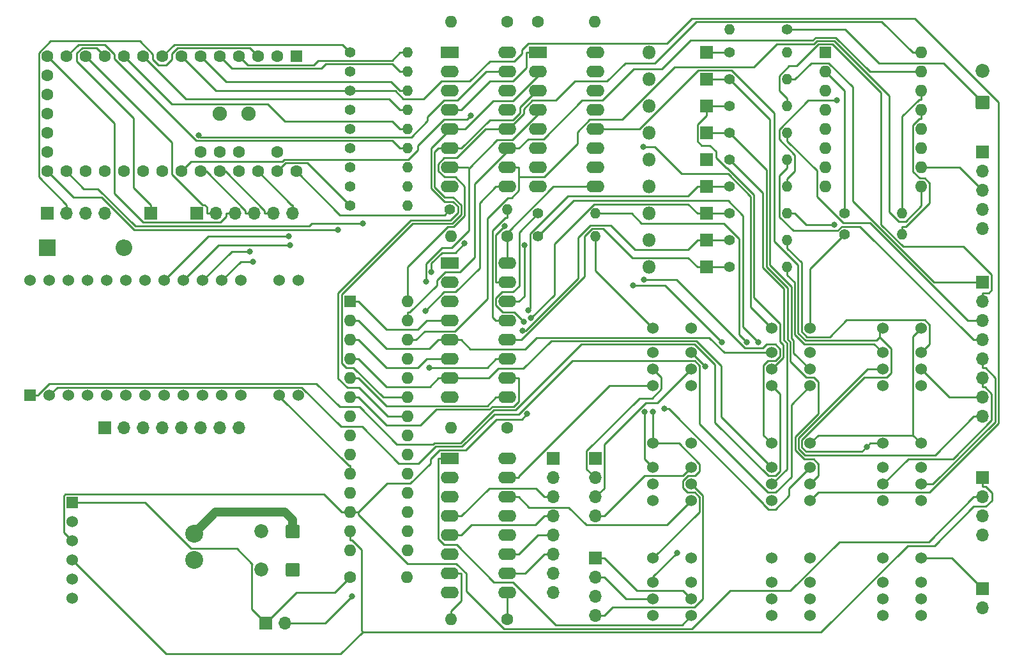
<source format=gbr>
%TF.GenerationSoftware,KiCad,Pcbnew,(5.1.9-0-10_14)*%
%TF.CreationDate,2021-03-06T16:34:47+01:00*%
%TF.ProjectId,Breadboard,42726561-6462-46f6-9172-642e6b696361,rev?*%
%TF.SameCoordinates,Original*%
%TF.FileFunction,Copper,L1,Top*%
%TF.FilePolarity,Positive*%
%FSLAX46Y46*%
G04 Gerber Fmt 4.6, Leading zero omitted, Abs format (unit mm)*
G04 Created by KiCad (PCBNEW (5.1.9-0-10_14)) date 2021-03-06 16:34:47*
%MOMM*%
%LPD*%
G01*
G04 APERTURE LIST*
%TA.AperFunction,ComponentPad*%
%ADD10O,2.200000X2.200000*%
%TD*%
%TA.AperFunction,ComponentPad*%
%ADD11R,2.200000X2.200000*%
%TD*%
%TA.AperFunction,ComponentPad*%
%ADD12O,1.600000X1.600000*%
%TD*%
%TA.AperFunction,ComponentPad*%
%ADD13R,1.600000X1.600000*%
%TD*%
%TA.AperFunction,ComponentPad*%
%ADD14C,1.600000*%
%TD*%
%TA.AperFunction,ComponentPad*%
%ADD15O,2.400000X1.600000*%
%TD*%
%TA.AperFunction,ComponentPad*%
%ADD16R,2.400000X1.600000*%
%TD*%
%TA.AperFunction,ComponentPad*%
%ADD17C,1.524000*%
%TD*%
%TA.AperFunction,ComponentPad*%
%ADD18R,1.524000X1.524000*%
%TD*%
%TA.AperFunction,ComponentPad*%
%ADD19O,1.700000X1.700000*%
%TD*%
%TA.AperFunction,ComponentPad*%
%ADD20R,1.700000X1.700000*%
%TD*%
%TA.AperFunction,ComponentPad*%
%ADD21C,2.380000*%
%TD*%
%TA.AperFunction,ComponentPad*%
%ADD22C,1.900000*%
%TD*%
%TA.AperFunction,ComponentPad*%
%ADD23O,1.400000X1.400000*%
%TD*%
%TA.AperFunction,ComponentPad*%
%ADD24C,1.400000*%
%TD*%
%TA.AperFunction,ComponentPad*%
%ADD25C,1.850000*%
%TD*%
%TA.AperFunction,ComponentPad*%
%ADD26O,1.800000X1.800000*%
%TD*%
%TA.AperFunction,ComponentPad*%
%ADD27R,1.800000X1.800000*%
%TD*%
%TA.AperFunction,ViaPad*%
%ADD28C,0.800000*%
%TD*%
%TA.AperFunction,Conductor*%
%ADD29C,0.250000*%
%TD*%
%TA.AperFunction,Conductor*%
%ADD30C,1.200000*%
%TD*%
G04 APERTURE END LIST*
D10*
%TO.P,D1,2*%
%TO.N,Net-(D1-Pad2)*%
X81280000Y-79248000D03*
D11*
%TO.P,D1,1*%
%TO.N,+5V*%
X71120000Y-79248000D03*
%TD*%
D12*
%TO.P,U9,28*%
%TO.N,S_DIR*%
X118872000Y-86360000D03*
%TO.P,U9,14*%
%TO.N,Net-(U9-Pad14)*%
X111252000Y-119380000D03*
%TO.P,U9,27*%
%TO.N,S_STEP*%
X118872000Y-88900000D03*
%TO.P,U9,13*%
%TO.N,SDA*%
X111252000Y-116840000D03*
%TO.P,U9,26*%
%TO.N,S_SLEEP*%
X118872000Y-91440000D03*
%TO.P,U9,12*%
%TO.N,SCL*%
X111252000Y-114300000D03*
%TO.P,U9,25*%
%TO.N,C_STEP*%
X118872000Y-93980000D03*
%TO.P,U9,11*%
%TO.N,Net-(U9-Pad11)*%
X111252000Y-111760000D03*
%TO.P,U9,24*%
%TO.N,C_GPIO*%
X118872000Y-96520000D03*
%TO.P,U9,10*%
%TO.N,GND*%
X111252000Y-109220000D03*
%TO.P,U9,23*%
%TO.N,C_SERIAL*%
X118872000Y-99060000D03*
%TO.P,U9,9*%
%TO.N,+5V*%
X111252000Y-106680000D03*
%TO.P,U9,22*%
%TO.N,C_SWITCH*%
X118872000Y-101600000D03*
%TO.P,U9,8*%
%TO.N,EXP8*%
X111252000Y-104140000D03*
%TO.P,U9,21*%
%TO.N,C_POWER*%
X118872000Y-104140000D03*
%TO.P,U9,7*%
%TO.N,EXP7*%
X111252000Y-101600000D03*
%TO.P,U9,20*%
%TO.N,Net-(U9-Pad20)*%
X118872000Y-106680000D03*
%TO.P,U9,6*%
%TO.N,EXP6*%
X111252000Y-99060000D03*
%TO.P,U9,19*%
%TO.N,C_INT*%
X118872000Y-109220000D03*
%TO.P,U9,5*%
%TO.N,EXP5*%
X111252000Y-96520000D03*
%TO.P,U9,18*%
%TO.N,+5V*%
X118872000Y-111760000D03*
%TO.P,U9,4*%
%TO.N,EXP4*%
X111252000Y-93980000D03*
%TO.P,U9,17*%
%TO.N,GND*%
X118872000Y-114300000D03*
%TO.P,U9,3*%
%TO.N,EXP3*%
X111252000Y-91440000D03*
%TO.P,U9,16*%
%TO.N,GND*%
X118872000Y-116840000D03*
%TO.P,U9,2*%
%TO.N,EXP2*%
X111252000Y-88900000D03*
%TO.P,U9,15*%
%TO.N,GND*%
X118872000Y-119380000D03*
D13*
%TO.P,U9,1*%
%TO.N,EXP1*%
X111252000Y-86360000D03*
%TD*%
D12*
%TO.P,CU9,2*%
%TO.N,GND*%
X118752000Y-122936000D03*
D14*
%TO.P,CU9,1*%
%TO.N,+5V*%
X111252000Y-122936000D03*
%TD*%
D15*
%TO.P,U6,16*%
%TO.N,R_POWER*%
X143764000Y-53340000D03*
%TO.P,U6,8*%
%TO.N,GND*%
X136144000Y-71120000D03*
%TO.P,U6,15*%
%TO.N,R_SWITCH*%
X143764000Y-55880000D03*
%TO.P,U6,7*%
%TO.N,Net-(U6-Pad7)*%
X136144000Y-68580000D03*
%TO.P,U6,14*%
%TO.N,R_SERIAL*%
X143764000Y-58420000D03*
%TO.P,U6,6*%
%TO.N,Net-(U6-Pad6)*%
X136144000Y-66040000D03*
%TO.P,U6,13*%
%TO.N,R_GPIO*%
X143764000Y-60960000D03*
%TO.P,U6,5*%
%TO.N,C_STEP*%
X136144000Y-63500000D03*
%TO.P,U6,12*%
%TO.N,R_STEP*%
X143764000Y-63500000D03*
%TO.P,U6,4*%
%TO.N,C_GPIO*%
X136144000Y-60960000D03*
%TO.P,U6,11*%
%TO.N,Net-(U6-Pad11)*%
X143764000Y-66040000D03*
%TO.P,U6,3*%
%TO.N,C_SERIAL*%
X136144000Y-58420000D03*
%TO.P,U6,10*%
%TO.N,Net-(U6-Pad10)*%
X143764000Y-68580000D03*
%TO.P,U6,2*%
%TO.N,C_SWITCH*%
X136144000Y-55880000D03*
%TO.P,U6,9*%
%TO.N,+5V*%
X143764000Y-71120000D03*
D16*
%TO.P,U6,1*%
%TO.N,C_POWER*%
X136144000Y-53340000D03*
%TD*%
D17*
%TO.P,U2,28*%
%TO.N,Net-(U2-Pad28)*%
X68834000Y-83566000D03*
%TO.P,U2,27*%
%TO.N,GND*%
X71374000Y-83566000D03*
%TO.P,U2,26*%
%TO.N,Net-(U2-Pad26)*%
X73914000Y-83566000D03*
%TO.P,U2,25*%
%TO.N,Net-(D1-Pad2)*%
X76454000Y-83566000D03*
%TO.P,U2,24*%
%TO.N,Net-(U2-Pad24)*%
X78994000Y-83566000D03*
%TO.P,U2,23*%
%TO.N,Net-(U2-Pad23)*%
X81534000Y-83566000D03*
%TO.P,U2,22*%
%TO.N,Net-(U2-Pad22)*%
X84074000Y-83566000D03*
%TO.P,U2,21*%
%TO.N,Net-(RU1-6-Pad1)*%
X86614000Y-83566000D03*
%TO.P,U2,20*%
%TO.N,Net-(RU1-8-Pad1)*%
X89154000Y-83566000D03*
%TO.P,U2,19*%
%TO.N,Net-(RU1-4-Pad1)*%
X91694000Y-83566000D03*
%TO.P,U2,18*%
%TO.N,Net-(RU1-5-Pad1)*%
X94234000Y-83566000D03*
%TO.P,U2,17*%
%TO.N,Net-(U2-Pad17)*%
X96774000Y-83566000D03*
%TO.P,U2,16*%
%TO.N,GND*%
X101854000Y-83566000D03*
%TO.P,U2,15*%
%TO.N,PD_POWER*%
X104394000Y-83566000D03*
%TO.P,U2,14*%
X104394000Y-98806000D03*
%TO.P,U2,13*%
%TO.N,GND*%
X101854000Y-98806000D03*
%TO.P,U2,12*%
%TO.N,Net-(JU2-2-Pad8)*%
X96774000Y-98806000D03*
%TO.P,U2,11*%
%TO.N,Net-(JU2-2-Pad7)*%
X94234000Y-98806000D03*
%TO.P,U2,10*%
%TO.N,Net-(JU2-2-Pad6)*%
X91694000Y-98806000D03*
%TO.P,U2,9*%
%TO.N,Net-(JU2-2-Pad5)*%
X89154000Y-98806000D03*
%TO.P,U2,8*%
%TO.N,Net-(JU2-2-Pad4)*%
X86614000Y-98806000D03*
%TO.P,U2,7*%
%TO.N,Net-(U2-Pad7)*%
X84074000Y-98806000D03*
%TO.P,U2,6*%
%TO.N,Net-(JU2-2-Pad3)*%
X81534000Y-98806000D03*
%TO.P,U2,5*%
%TO.N,Net-(JU2-2-Pad2)*%
X78994000Y-98806000D03*
%TO.P,U2,4*%
%TO.N,GND*%
X76454000Y-98806000D03*
%TO.P,U2,3*%
X73914000Y-98806000D03*
%TO.P,U2,2*%
%TO.N,RX*%
X71374000Y-98806000D03*
D18*
%TO.P,U2,1*%
%TO.N,TX*%
X68834000Y-98806000D03*
%TD*%
D19*
%TO.P,JU2-2,8*%
%TO.N,Net-(JU2-2-Pad8)*%
X96520000Y-103124000D03*
%TO.P,JU2-2,7*%
%TO.N,Net-(JU2-2-Pad7)*%
X93980000Y-103124000D03*
%TO.P,JU2-2,6*%
%TO.N,Net-(JU2-2-Pad6)*%
X91440000Y-103124000D03*
%TO.P,JU2-2,5*%
%TO.N,Net-(JU2-2-Pad5)*%
X88900000Y-103124000D03*
%TO.P,JU2-2,4*%
%TO.N,Net-(JU2-2-Pad4)*%
X86360000Y-103124000D03*
%TO.P,JU2-2,3*%
%TO.N,Net-(JU2-2-Pad3)*%
X83820000Y-103124000D03*
%TO.P,JU2-2,2*%
%TO.N,Net-(JU2-2-Pad2)*%
X81280000Y-103124000D03*
D20*
%TO.P,JU2-2,1*%
%TO.N,GND*%
X78740000Y-103124000D03*
%TD*%
D12*
%TO.P,U8,16*%
%TO.N,S_DIR*%
X186944000Y-53340000D03*
%TO.P,U8,8*%
%TO.N,S_PWR*%
X174244000Y-71120000D03*
%TO.P,U8,15*%
%TO.N,S_STEP*%
X186944000Y-55880000D03*
%TO.P,U8,7*%
%TO.N,GND*%
X174244000Y-68580000D03*
%TO.P,U8,14*%
%TO.N,Net-(RU8-1-Pad2)*%
X186944000Y-58420000D03*
%TO.P,U8,6*%
%TO.N,B2*%
X174244000Y-66040000D03*
%TO.P,U8,13*%
%TO.N,Net-(RU8-2-Pad2)*%
X186944000Y-60960000D03*
%TO.P,U8,5*%
%TO.N,A2*%
X174244000Y-63500000D03*
%TO.P,U8,12*%
%TO.N,GND*%
X186944000Y-63500000D03*
%TO.P,U8,4*%
%TO.N,A1*%
X174244000Y-60960000D03*
%TO.P,U8,11*%
%TO.N,GND*%
X186944000Y-66040000D03*
%TO.P,U8,3*%
%TO.N,B1*%
X174244000Y-58420000D03*
%TO.P,U8,10*%
%TO.N,GND*%
X186944000Y-68580000D03*
%TO.P,U8,2*%
%TO.N,+5V*%
X174244000Y-55880000D03*
%TO.P,U8,9*%
%TO.N,S_SLEEP*%
X186944000Y-71120000D03*
D13*
%TO.P,U8,1*%
%TO.N,GND*%
X174244000Y-53340000D03*
%TD*%
D15*
%TO.P,U7,16*%
%TO.N,+5V*%
X132080000Y-53340000D03*
%TO.P,U7,8*%
%TO.N,GND*%
X124460000Y-71120000D03*
%TO.P,U7,15*%
%TO.N,SDA*%
X132080000Y-55880000D03*
%TO.P,U7,7*%
%TO.N,C_GPIO*%
X124460000Y-68580000D03*
%TO.P,U7,14*%
%TO.N,SCL*%
X132080000Y-58420000D03*
%TO.P,U7,6*%
%TO.N,C_SERIAL*%
X124460000Y-66040000D03*
%TO.P,U7,13*%
%TO.N,Net-(U7-Pad13)*%
X132080000Y-60960000D03*
%TO.P,U7,5*%
%TO.N,C_SWITCH*%
X124460000Y-63500000D03*
%TO.P,U7,12*%
%TO.N,S_DIR*%
X132080000Y-63500000D03*
%TO.P,U7,4*%
%TO.N,C_POWER*%
X124460000Y-60960000D03*
%TO.P,U7,11*%
%TO.N,S_STEP*%
X132080000Y-66040000D03*
%TO.P,U7,3*%
%TO.N,GND*%
X124460000Y-58420000D03*
%TO.P,U7,10*%
%TO.N,S_SLEEP*%
X132080000Y-68580000D03*
%TO.P,U7,2*%
%TO.N,GND*%
X124460000Y-55880000D03*
%TO.P,U7,9*%
%TO.N,C_STEP*%
X132080000Y-71120000D03*
D16*
%TO.P,U7,1*%
%TO.N,+5V*%
X124460000Y-53340000D03*
%TD*%
D15*
%TO.P,U5,16*%
%TO.N,+5V*%
X132080000Y-81280000D03*
%TO.P,U5,8*%
%TO.N,GND*%
X124460000Y-99060000D03*
%TO.P,U5,15*%
%TO.N,SDA*%
X132080000Y-83820000D03*
%TO.P,U5,7*%
%TO.N,EXP4*%
X124460000Y-96520000D03*
%TO.P,U5,14*%
%TO.N,SCL*%
X132080000Y-86360000D03*
%TO.P,U5,6*%
%TO.N,EXP3*%
X124460000Y-93980000D03*
%TO.P,U5,13*%
%TO.N,C_INT*%
X132080000Y-88900000D03*
%TO.P,U5,5*%
%TO.N,EXP2*%
X124460000Y-91440000D03*
%TO.P,U5,12*%
%TO.N,EXP8*%
X132080000Y-91440000D03*
%TO.P,U5,4*%
%TO.N,EXP1*%
X124460000Y-88900000D03*
%TO.P,U5,11*%
%TO.N,EXP7*%
X132080000Y-93980000D03*
%TO.P,U5,3*%
%TO.N,GND*%
X124460000Y-86360000D03*
%TO.P,U5,10*%
%TO.N,EXP6*%
X132080000Y-96520000D03*
%TO.P,U5,2*%
%TO.N,GND*%
X124460000Y-83820000D03*
%TO.P,U5,9*%
%TO.N,EXP5*%
X132080000Y-99060000D03*
D16*
%TO.P,U5,1*%
%TO.N,GND*%
X124460000Y-81280000D03*
%TD*%
D15*
%TO.P,U4,16*%
%TO.N,+5V*%
X132080000Y-107188000D03*
%TO.P,U4,8*%
%TO.N,GND*%
X124460000Y-124968000D03*
%TO.P,U4,15*%
%TO.N,Net-(RL5-Pad5)*%
X132080000Y-109728000D03*
%TO.P,U4,7*%
%TO.N,Net-(CU4-2-Pad2)*%
X124460000Y-122428000D03*
%TO.P,U4,14*%
%TO.N,Net-(RL7-Pad4)*%
X132080000Y-112268000D03*
%TO.P,U4,6*%
%TO.N,DBOUT3*%
X124460000Y-119888000D03*
%TO.P,U4,13*%
%TO.N,Net-(U4-Pad13)*%
X132080000Y-114808000D03*
%TO.P,U4,5*%
%TO.N,DBIN2*%
X124460000Y-117348000D03*
%TO.P,U4,12*%
%TO.N,DBIN1*%
X132080000Y-117348000D03*
%TO.P,U4,4*%
%TO.N,DBOUT1*%
X124460000Y-114808000D03*
%TO.P,U4,11*%
%TO.N,DBOUT2*%
X132080000Y-119888000D03*
%TO.P,U4,3*%
%TO.N,Net-(U4-Pad3)*%
X124460000Y-112268000D03*
%TO.P,U4,10*%
%TO.N,DBIN3*%
X132080000Y-122428000D03*
%TO.P,U4,2*%
%TO.N,Net-(RL5-Pad4)*%
X124460000Y-109728000D03*
%TO.P,U4,9*%
%TO.N,Net-(CU4-2-Pad1)*%
X132080000Y-124968000D03*
D16*
%TO.P,U4,1*%
%TO.N,Net-(RL6-Pad4)*%
X124460000Y-107188000D03*
%TD*%
D21*
%TO.P,U3,8*%
%TO.N,Net-(RL9-Pad4)*%
X90548000Y-120622000D03*
%TO.P,U3,7*%
%TO.N,Net-(JU3-2-Pad1)*%
X90548000Y-117122000D03*
D17*
%TO.P,U3,6*%
%TO.N,Net-(RL9-Pad4)*%
X74414000Y-125699000D03*
%TO.P,U3,5*%
%TO.N,Net-(JU3-2-Pad1)*%
X74414000Y-123159000D03*
%TO.P,U3,4*%
%TO.N,SDA*%
X74414000Y-120619000D03*
%TO.P,U3,3*%
%TO.N,SCL*%
X74414000Y-118079000D03*
%TO.P,U3,2*%
%TO.N,GND*%
X74414000Y-115539000D03*
D18*
%TO.P,U3,1*%
%TO.N,+5V*%
X74414000Y-112999000D03*
%TD*%
D22*
%TO.P,U1,52*%
%TO.N,N/C*%
X97790000Y-61468000D03*
X93980000Y-61468000D03*
D13*
%TO.P,U1,1*%
%TO.N,GND*%
X104140000Y-53848000D03*
D14*
%TO.P,U1,2*%
%TO.N,TRX*%
X101600000Y-53848000D03*
%TO.P,U1,3*%
%TO.N,TTX*%
X99060000Y-53848000D03*
%TO.P,U1,4*%
%TO.N,Net-(RU1-1-Pad2)*%
X96520000Y-53848000D03*
%TO.P,U1,5*%
%TO.N,Net-(RU1-2-Pad2)*%
X93980000Y-53848000D03*
%TO.P,U1,6*%
%TO.N,Net-(RU1-3-Pad2)*%
X91440000Y-53848000D03*
%TO.P,U1,7*%
%TO.N,D5*%
X88900000Y-53848000D03*
%TO.P,U1,8*%
%TO.N,D6*%
X86360000Y-53848000D03*
%TO.P,U1,9*%
%TO.N,Net-(RU1-4-Pad2)*%
X83820000Y-53848000D03*
%TO.P,U1,10*%
%TO.N,Net-(RU1-5-Pad2)*%
X81280000Y-53848000D03*
%TO.P,U1,11*%
%TO.N,PDSS_RB0*%
X78740000Y-53848000D03*
%TO.P,U1,12*%
%TO.N,TNC1*%
X76200000Y-53848000D03*
%TO.P,U1,13*%
%TO.N,Net-(RU1-6-Pad2)*%
X73660000Y-53848000D03*
%TO.P,U1,37*%
%TO.N,N/C*%
X91440000Y-66548000D03*
%TO.P,U1,36*%
X93980000Y-66548000D03*
%TO.P,U1,35*%
X96520000Y-66548000D03*
%TO.P,U1,34*%
X101600000Y-66548000D03*
%TO.P,U1,33*%
%TO.N,+5V*%
X104140000Y-69088000D03*
%TO.P,U1,32*%
%TO.N,Net-(RU1-9-Pad1)*%
X101600000Y-69088000D03*
%TO.P,U1,31*%
%TO.N,Net-(JU1-4-Pad6)*%
X99060000Y-69088000D03*
%TO.P,U1,30*%
%TO.N,Net-(DU1-1-Pad1)*%
X96520000Y-69088000D03*
%TO.P,U1,29*%
%TO.N,TNC4*%
X93980000Y-69088000D03*
%TO.P,U1,28*%
%TO.N,TNC3*%
X91440000Y-69088000D03*
%TO.P,U1,27*%
%TO.N,C_INT*%
X88900000Y-69088000D03*
%TO.P,U1,26*%
%TO.N,SCL*%
X86360000Y-69088000D03*
%TO.P,U1,25*%
%TO.N,SDA*%
X83820000Y-69088000D03*
%TO.P,U1,24*%
%TO.N,ROTSW*%
X81280000Y-69088000D03*
%TO.P,U1,23*%
%TO.N,ROTB*%
X78740000Y-69088000D03*
%TO.P,U1,22*%
%TO.N,ROTA*%
X76200000Y-69088000D03*
%TO.P,U1,21*%
%TO.N,Net-(RU1-8-Pad2)*%
X73660000Y-69088000D03*
%TO.P,U1,14*%
%TO.N,TNC2*%
X71120000Y-53848000D03*
%TO.P,U1,15*%
%TO.N,N/C*%
X71120000Y-56388000D03*
%TO.P,U1,16*%
X71120000Y-58928000D03*
%TO.P,U1,20*%
%TO.N,Net-(RU1-7-Pad2)*%
X71120000Y-69088000D03*
%TO.P,U1,19*%
%TO.N,N/C*%
X71120000Y-66548000D03*
%TO.P,U1,18*%
X71120000Y-64008000D03*
%TO.P,U1,17*%
X71120000Y-61468000D03*
%TD*%
D23*
%TO.P,RU8-2,2*%
%TO.N,Net-(RU8-2-Pad2)*%
X184404000Y-77462000D03*
D24*
%TO.P,RU8-2,1*%
%TO.N,+5V*%
X176784000Y-77462000D03*
%TD*%
D23*
%TO.P,RU8-1,2*%
%TO.N,Net-(RU8-1-Pad2)*%
X184404000Y-74676000D03*
D24*
%TO.P,RU8-1,1*%
%TO.N,+5V*%
X176784000Y-74676000D03*
%TD*%
D23*
%TO.P,RU6-2,2*%
%TO.N,R_SWITCH*%
X143764000Y-77724000D03*
D24*
%TO.P,RU6-2,1*%
%TO.N,Net-(JU6-2-Pad2)*%
X136144000Y-77724000D03*
%TD*%
D23*
%TO.P,RU6-1,2*%
%TO.N,R_POWER*%
X143764000Y-74676000D03*
D24*
%TO.P,RU6-1,1*%
%TO.N,Net-(JU6-1-Pad2)*%
X136144000Y-74676000D03*
%TD*%
D23*
%TO.P,RU1-11,2*%
%TO.N,Net-(DU1-1-Pad1)*%
X161544000Y-50292000D03*
D24*
%TO.P,RU1-11,1*%
%TO.N,vsense*%
X169164000Y-50292000D03*
%TD*%
D23*
%TO.P,RU1-10,2*%
%TO.N,GND*%
X169164000Y-53340000D03*
D24*
%TO.P,RU1-10,1*%
%TO.N,Net-(DU1-1-Pad1)*%
X161544000Y-53340000D03*
%TD*%
D23*
%TO.P,RU1-9,2*%
%TO.N,GND*%
X118872000Y-73660000D03*
D24*
%TO.P,RU1-9,1*%
%TO.N,Net-(RU1-9-Pad1)*%
X111252000Y-73660000D03*
%TD*%
D23*
%TO.P,RU1-8,2*%
%TO.N,Net-(RU1-8-Pad2)*%
X118872000Y-71120000D03*
D24*
%TO.P,RU1-8,1*%
%TO.N,Net-(RU1-8-Pad1)*%
X111252000Y-71120000D03*
%TD*%
D23*
%TO.P,RU1-7,2*%
%TO.N,Net-(RU1-7-Pad2)*%
X118872000Y-68580000D03*
D24*
%TO.P,RU1-7,1*%
%TO.N,D5*%
X111252000Y-68580000D03*
%TD*%
D23*
%TO.P,RU1-6,2*%
%TO.N,Net-(RU1-6-Pad2)*%
X118872000Y-66040000D03*
D24*
%TO.P,RU1-6,1*%
%TO.N,Net-(RU1-6-Pad1)*%
X111252000Y-66040000D03*
%TD*%
D23*
%TO.P,RU1-5,2*%
%TO.N,Net-(RU1-5-Pad2)*%
X118872000Y-63500000D03*
D24*
%TO.P,RU1-5,1*%
%TO.N,Net-(RU1-5-Pad1)*%
X111252000Y-63500000D03*
%TD*%
D23*
%TO.P,RU1-4,2*%
%TO.N,Net-(RU1-4-Pad2)*%
X118872000Y-60960000D03*
D24*
%TO.P,RU1-4,1*%
%TO.N,Net-(RU1-4-Pad1)*%
X111252000Y-60960000D03*
%TD*%
D23*
%TO.P,RU1-3,2*%
%TO.N,Net-(RU1-3-Pad2)*%
X118872000Y-58420000D03*
D24*
%TO.P,RU1-3,1*%
%TO.N,D5*%
X111252000Y-58420000D03*
%TD*%
D23*
%TO.P,RU1-2,2*%
%TO.N,Net-(RU1-2-Pad2)*%
X118872000Y-55880000D03*
D24*
%TO.P,RU1-2,1*%
%TO.N,D5*%
X111252000Y-55880000D03*
%TD*%
D23*
%TO.P,RU1-1,2*%
%TO.N,Net-(RU1-1-Pad2)*%
X118872000Y-53340000D03*
D24*
%TO.P,RU1-1,1*%
%TO.N,D6*%
X111252000Y-53340000D03*
%TD*%
D23*
%TO.P,RU5,2*%
%TO.N,C_INT*%
X132080000Y-74168000D03*
D24*
%TO.P,RU5,1*%
%TO.N,+5V*%
X124460000Y-74168000D03*
%TD*%
D17*
%TO.P,RL9,8*%
%TO.N,R_POWER*%
X167132000Y-120396000D03*
%TO.P,RL9,7*%
%TO.N,Net-(RL9-Pad7)*%
X167132000Y-123596000D03*
%TO.P,RL9,6*%
%TO.N,PD_POWER*%
X167132000Y-125796000D03*
%TO.P,RL9,5*%
%TO.N,Net-(RL9-Pad4)*%
X167132000Y-127996000D03*
%TO.P,RL9,4*%
X172212000Y-127996000D03*
%TO.P,RL9,3*%
%TO.N,PD_POWER*%
X172212000Y-125796000D03*
%TO.P,RL9,2*%
%TO.N,Net-(RL9-Pad2)*%
X172212000Y-123596000D03*
%TO.P,RL9,1*%
%TO.N,+5V*%
X172212000Y-120396000D03*
%TD*%
%TO.P,RL8,8*%
%TO.N,R_STEP*%
X181864000Y-120396000D03*
%TO.P,RL8,7*%
%TO.N,Net-(RL8-Pad7)*%
X181864000Y-123596000D03*
%TO.P,RL8,6*%
%TO.N,S_PWR*%
X181864000Y-125796000D03*
%TO.P,RL8,5*%
%TO.N,vsense*%
X181864000Y-127996000D03*
%TO.P,RL8,4*%
%TO.N,Net-(J2-Pad2)*%
X186944000Y-127996000D03*
%TO.P,RL8,3*%
%TO.N,S_PWR*%
X186944000Y-125796000D03*
%TO.P,RL8,2*%
%TO.N,Net-(RL8-Pad2)*%
X186944000Y-123596000D03*
%TO.P,RL8,1*%
%TO.N,+5V*%
X186944000Y-120396000D03*
%TD*%
%TO.P,RL7,8*%
%TO.N,R_SWITCH*%
X151384000Y-105156000D03*
%TO.P,RL7,7*%
%TO.N,Net-(RL5-Pad7)*%
X151384000Y-108356000D03*
%TO.P,RL7,6*%
%TO.N,Net-(JU4-1-Pad3)*%
X151384000Y-110556000D03*
%TO.P,RL7,5*%
%TO.N,+5V*%
X151384000Y-112756000D03*
%TO.P,RL7,4*%
%TO.N,Net-(RL7-Pad4)*%
X156464000Y-112756000D03*
%TO.P,RL7,3*%
%TO.N,Net-(JU4-1-Pad4)*%
X156464000Y-110556000D03*
%TO.P,RL7,2*%
%TO.N,Net-(JU4-2-Pad4)*%
X156464000Y-108356000D03*
%TO.P,RL7,1*%
%TO.N,+5V*%
X156464000Y-105156000D03*
%TD*%
%TO.P,RL6,8*%
%TO.N,R_SWITCH*%
X151384000Y-120396000D03*
%TO.P,RL6,7*%
%TO.N,Net-(RL5-Pad2)*%
X151384000Y-123596000D03*
%TO.P,RL6,6*%
%TO.N,Net-(JU4-1-Pad2)*%
X151384000Y-125796000D03*
%TO.P,RL6,5*%
%TO.N,+5V*%
X151384000Y-127996000D03*
%TO.P,RL6,4*%
%TO.N,Net-(RL6-Pad4)*%
X156464000Y-127996000D03*
%TO.P,RL6,3*%
%TO.N,Net-(JU4-1-Pad1)*%
X156464000Y-125796000D03*
%TO.P,RL6,2*%
%TO.N,Net-(JU4-2-Pad1)*%
X156464000Y-123596000D03*
%TO.P,RL6,1*%
%TO.N,+5V*%
X156464000Y-120396000D03*
%TD*%
%TO.P,RL5,8*%
%TO.N,R_SWITCH*%
X151384000Y-89916000D03*
%TO.P,RL5,7*%
%TO.N,Net-(RL5-Pad7)*%
X151384000Y-93116000D03*
%TO.P,RL5,6*%
%TO.N,Net-(JU4-2-Pad2)*%
X151384000Y-95316000D03*
%TO.P,RL5,5*%
%TO.N,Net-(RL5-Pad5)*%
X151384000Y-97516000D03*
%TO.P,RL5,4*%
%TO.N,Net-(RL5-Pad4)*%
X156464000Y-97516000D03*
%TO.P,RL5,3*%
%TO.N,Net-(JU4-2-Pad3)*%
X156464000Y-95316000D03*
%TO.P,RL5,2*%
%TO.N,Net-(RL5-Pad2)*%
X156464000Y-93116000D03*
%TO.P,RL5,1*%
%TO.N,+5V*%
X156464000Y-89916000D03*
%TD*%
%TO.P,RL4,8*%
%TO.N,R_STEP*%
X181864000Y-89916000D03*
%TO.P,RL4,7*%
%TO.N,Net-(R4-2-Pad2)*%
X181864000Y-93116000D03*
%TO.P,RL4,6*%
%TO.N,Net-(J1-Pad8)*%
X181864000Y-95316000D03*
%TO.P,RL4,5*%
%TO.N,B2*%
X181864000Y-97516000D03*
%TO.P,RL4,4*%
%TO.N,B1*%
X186944000Y-97516000D03*
%TO.P,RL4,3*%
%TO.N,Net-(J1-Pad7)*%
X186944000Y-95316000D03*
%TO.P,RL4,2*%
%TO.N,Net-(R4-1-Pad2)*%
X186944000Y-93116000D03*
%TO.P,RL4,1*%
%TO.N,+5V*%
X186944000Y-89916000D03*
%TD*%
%TO.P,RL3,8*%
%TO.N,R_STEP*%
X181864000Y-105156000D03*
%TO.P,RL3,7*%
%TO.N,Net-(R3-2-Pad2)*%
X181864000Y-108356000D03*
%TO.P,RL3,6*%
%TO.N,Net-(J1-Pad6)*%
X181864000Y-110556000D03*
%TO.P,RL3,5*%
%TO.N,A2*%
X181864000Y-112756000D03*
%TO.P,RL3,4*%
%TO.N,A1*%
X186944000Y-112756000D03*
%TO.P,RL3,3*%
%TO.N,Net-(J1-Pad5)*%
X186944000Y-110556000D03*
%TO.P,RL3,2*%
%TO.N,Net-(R3-1-Pad2)*%
X186944000Y-108356000D03*
%TO.P,RL3,1*%
%TO.N,+5V*%
X186944000Y-105156000D03*
%TD*%
%TO.P,RL2,8*%
%TO.N,R_GPIO*%
X167132000Y-105156000D03*
%TO.P,RL2,7*%
%TO.N,EXP4*%
X167132000Y-108356000D03*
%TO.P,RL2,6*%
%TO.N,Net-(D2-2-Pad1)*%
X167132000Y-110556000D03*
%TO.P,RL2,5*%
%TO.N,D6*%
X167132000Y-112756000D03*
%TO.P,RL2,4*%
%TO.N,D5*%
X172212000Y-112756000D03*
%TO.P,RL2,3*%
%TO.N,Net-(D2-1-Pad1)*%
X172212000Y-110556000D03*
%TO.P,RL2,2*%
%TO.N,EXP3*%
X172212000Y-108356000D03*
%TO.P,RL2,1*%
%TO.N,+5V*%
X172212000Y-105156000D03*
%TD*%
%TO.P,RL1,8*%
%TO.N,R_SERIAL*%
X167132000Y-89916000D03*
%TO.P,RL1,7*%
%TO.N,EXP2*%
X167132000Y-93116000D03*
%TO.P,RL1,6*%
%TO.N,Net-(D1-2-Pad1)*%
X167132000Y-95316000D03*
%TO.P,RL1,5*%
%TO.N,TX*%
X167132000Y-97516000D03*
%TO.P,RL1,4*%
%TO.N,RX*%
X172212000Y-97516000D03*
%TO.P,RL1,3*%
%TO.N,Net-(D1-1-Pad1)*%
X172212000Y-95316000D03*
%TO.P,RL1,2*%
%TO.N,EXP1*%
X172212000Y-93116000D03*
%TO.P,RL1,1*%
%TO.N,+5V*%
X172212000Y-89916000D03*
%TD*%
D23*
%TO.P,R4-2,2*%
%TO.N,Net-(R4-2-Pad2)*%
X169164000Y-81788000D03*
D24*
%TO.P,R4-2,1*%
%TO.N,EXP8*%
X161544000Y-81788000D03*
%TD*%
D23*
%TO.P,R4-1,2*%
%TO.N,Net-(R4-1-Pad2)*%
X169164000Y-78232000D03*
D24*
%TO.P,R4-1,1*%
%TO.N,EXP7*%
X161544000Y-78232000D03*
%TD*%
D23*
%TO.P,R3-2,2*%
%TO.N,Net-(R3-2-Pad2)*%
X169164000Y-74676000D03*
D24*
%TO.P,R3-2,1*%
%TO.N,EXP6*%
X161544000Y-74676000D03*
%TD*%
D23*
%TO.P,R3-1,2*%
%TO.N,Net-(R3-1-Pad2)*%
X169164000Y-71120000D03*
D24*
%TO.P,R3-1,1*%
%TO.N,EXP5*%
X161544000Y-71120000D03*
%TD*%
D23*
%TO.P,R2-2,2*%
%TO.N,Net-(J1-Pad4)*%
X169164000Y-67564000D03*
D24*
%TO.P,R2-2,1*%
%TO.N,Net-(D2-2-Pad1)*%
X161544000Y-67564000D03*
%TD*%
D23*
%TO.P,R2-1,2*%
%TO.N,Net-(J1-Pad3)*%
X169164000Y-64008000D03*
D24*
%TO.P,R2-1,1*%
%TO.N,Net-(D2-1-Pad1)*%
X161544000Y-64008000D03*
%TD*%
D23*
%TO.P,R1-2,2*%
%TO.N,Net-(J1-Pad2)*%
X169164000Y-60452000D03*
D24*
%TO.P,R1-2,1*%
%TO.N,Net-(D1-2-Pad1)*%
X161544000Y-60452000D03*
%TD*%
D23*
%TO.P,R1-1,2*%
%TO.N,Net-(J1-Pad1)*%
X169164000Y-56896000D03*
D24*
%TO.P,R1-1,1*%
%TO.N,Net-(D1-1-Pad1)*%
X161544000Y-56896000D03*
%TD*%
D19*
%TO.P,JU6-2,2*%
%TO.N,Net-(JU6-2-Pad2)*%
X195072000Y-127000000D03*
D20*
%TO.P,JU6-2,1*%
%TO.N,+5V*%
X195072000Y-124460000D03*
%TD*%
D19*
%TO.P,JU6-1,2*%
%TO.N,Net-(JU6-1-Pad2)*%
X102616000Y-129032000D03*
D20*
%TO.P,JU6-1,1*%
%TO.N,+5V*%
X100076000Y-129032000D03*
%TD*%
D19*
%TO.P,JU4-3,8*%
%TO.N,GND*%
X138176000Y-124968000D03*
%TO.P,JU4-3,7*%
%TO.N,DBOUT3*%
X138176000Y-122428000D03*
%TO.P,JU4-3,6*%
%TO.N,DBIN3*%
X138176000Y-119888000D03*
%TO.P,JU4-3,5*%
%TO.N,DBOUT2*%
X138176000Y-117348000D03*
%TO.P,JU4-3,4*%
%TO.N,DBIN2*%
X138176000Y-114808000D03*
%TO.P,JU4-3,3*%
%TO.N,DBOUT1*%
X138176000Y-112268000D03*
%TO.P,JU4-3,2*%
%TO.N,DBIN1*%
X138176000Y-109728000D03*
D20*
%TO.P,JU4-3,1*%
%TO.N,+5V*%
X138176000Y-107188000D03*
%TD*%
D19*
%TO.P,JU4-2,4*%
%TO.N,Net-(JU4-2-Pad4)*%
X143764000Y-114808000D03*
%TO.P,JU4-2,3*%
%TO.N,Net-(JU4-2-Pad3)*%
X143764000Y-112268000D03*
%TO.P,JU4-2,2*%
%TO.N,Net-(JU4-2-Pad2)*%
X143764000Y-109728000D03*
D20*
%TO.P,JU4-2,1*%
%TO.N,Net-(JU4-2-Pad1)*%
X143764000Y-107188000D03*
%TD*%
D19*
%TO.P,JU4-1,4*%
%TO.N,Net-(JU4-1-Pad4)*%
X143764000Y-128016000D03*
%TO.P,JU4-1,3*%
%TO.N,Net-(JU4-1-Pad3)*%
X143764000Y-125476000D03*
%TO.P,JU4-1,2*%
%TO.N,Net-(JU4-1-Pad2)*%
X143764000Y-122936000D03*
D20*
%TO.P,JU4-1,1*%
%TO.N,Net-(JU4-1-Pad1)*%
X143764000Y-120396000D03*
%TD*%
D25*
%TO.P,JU3-2,2*%
%TO.N,GND*%
X99432000Y-116840000D03*
%TO.P,JU3-2,1*%
%TO.N,Net-(JU3-2-Pad1)*%
%TA.AperFunction,ComponentPad*%
G36*
G01*
X104557000Y-116164999D02*
X104557000Y-117515001D01*
G75*
G02*
X104307001Y-117765000I-249999J0D01*
G01*
X102956999Y-117765000D01*
G75*
G02*
X102707000Y-117515001I0J249999D01*
G01*
X102707000Y-116164999D01*
G75*
G02*
X102956999Y-115915000I249999J0D01*
G01*
X104307001Y-115915000D01*
G75*
G02*
X104557000Y-116164999I0J-249999D01*
G01*
G37*
%TD.AperFunction*%
%TD*%
%TO.P,JU3-1,2*%
%TO.N,GND*%
X99432000Y-121920000D03*
%TO.P,JU3-1,1*%
%TO.N,PD_POWER*%
%TA.AperFunction,ComponentPad*%
G36*
G01*
X104557000Y-121244999D02*
X104557000Y-122595001D01*
G75*
G02*
X104307001Y-122845000I-249999J0D01*
G01*
X102956999Y-122845000D01*
G75*
G02*
X102707000Y-122595001I0J249999D01*
G01*
X102707000Y-121244999D01*
G75*
G02*
X102956999Y-120995000I249999J0D01*
G01*
X104307001Y-120995000D01*
G75*
G02*
X104557000Y-121244999I0J-249999D01*
G01*
G37*
%TD.AperFunction*%
%TD*%
D20*
%TO.P,JU2-1,1*%
%TO.N,PDSS_RB0*%
X84836000Y-74676000D03*
%TD*%
D19*
%TO.P,JU1-4,6*%
%TO.N,Net-(JU1-4-Pad6)*%
X103632000Y-74676000D03*
%TO.P,JU1-4,5*%
%TO.N,TNC4*%
X101092000Y-74676000D03*
%TO.P,JU1-4,4*%
%TO.N,TNC3*%
X98552000Y-74676000D03*
%TO.P,JU1-4,3*%
%TO.N,TNC2*%
X96012000Y-74676000D03*
%TO.P,JU1-4,2*%
%TO.N,TNC1*%
X93472000Y-74676000D03*
D20*
%TO.P,JU1-4,1*%
%TO.N,GND*%
X90932000Y-74676000D03*
%TD*%
D19*
%TO.P,JU1-3,4*%
%TO.N,GND*%
X78740000Y-74676000D03*
%TO.P,JU1-3,3*%
%TO.N,TRX*%
X76200000Y-74676000D03*
%TO.P,JU1-3,2*%
%TO.N,TTX*%
X73660000Y-74676000D03*
D20*
%TO.P,JU1-3,1*%
%TO.N,+5V*%
X71120000Y-74676000D03*
%TD*%
D19*
%TO.P,JU1-2,5*%
%TO.N,ROTSW*%
X195072000Y-76708000D03*
%TO.P,JU1-2,4*%
%TO.N,GND*%
X195072000Y-74168000D03*
%TO.P,JU1-2,3*%
X195072000Y-71628000D03*
%TO.P,JU1-2,2*%
%TO.N,ROTB*%
X195072000Y-69088000D03*
D20*
%TO.P,JU1-2,1*%
%TO.N,ROTA*%
X195072000Y-66548000D03*
%TD*%
D19*
%TO.P,JU1-1,4*%
%TO.N,GND*%
X195072000Y-117348000D03*
%TO.P,JU1-1,3*%
%TO.N,+5V*%
X195072000Y-114808000D03*
%TO.P,JU1-1,2*%
%TO.N,SCL*%
X195072000Y-112268000D03*
D20*
%TO.P,JU1-1,1*%
%TO.N,SDA*%
X195072000Y-109728000D03*
%TD*%
D25*
%TO.P,J2,2*%
%TO.N,Net-(J2-Pad2)*%
X195072000Y-55744000D03*
%TO.P,J2,1*%
%TO.N,vsense*%
%TA.AperFunction,ComponentPad*%
G36*
G01*
X195747001Y-60869000D02*
X194396999Y-60869000D01*
G75*
G02*
X194147000Y-60619001I0J249999D01*
G01*
X194147000Y-59268999D01*
G75*
G02*
X194396999Y-59019000I249999J0D01*
G01*
X195747001Y-59019000D01*
G75*
G02*
X195997000Y-59268999I0J-249999D01*
G01*
X195997000Y-60619001D01*
G75*
G02*
X195747001Y-60869000I-249999J0D01*
G01*
G37*
%TD.AperFunction*%
%TD*%
D19*
%TO.P,J1,8*%
%TO.N,Net-(J1-Pad8)*%
X195072000Y-101600000D03*
%TO.P,J1,7*%
%TO.N,Net-(J1-Pad7)*%
X195072000Y-99060000D03*
%TO.P,J1,6*%
%TO.N,Net-(J1-Pad6)*%
X195072000Y-96520000D03*
%TO.P,J1,5*%
%TO.N,Net-(J1-Pad5)*%
X195072000Y-93980000D03*
%TO.P,J1,4*%
%TO.N,Net-(J1-Pad4)*%
X195072000Y-91440000D03*
%TO.P,J1,3*%
%TO.N,Net-(J1-Pad3)*%
X195072000Y-88900000D03*
%TO.P,J1,2*%
%TO.N,Net-(J1-Pad2)*%
X195072000Y-86360000D03*
D20*
%TO.P,J1,1*%
%TO.N,Net-(J1-Pad1)*%
X195072000Y-83820000D03*
%TD*%
D26*
%TO.P,DU1-1,2*%
%TO.N,GND*%
X150876000Y-53340000D03*
D27*
%TO.P,DU1-1,1*%
%TO.N,Net-(DU1-1-Pad1)*%
X158496000Y-53340000D03*
%TD*%
D26*
%TO.P,D4-2,2*%
%TO.N,GND*%
X150876000Y-81788000D03*
D27*
%TO.P,D4-2,1*%
%TO.N,EXP8*%
X158496000Y-81788000D03*
%TD*%
D26*
%TO.P,D4-1,2*%
%TO.N,GND*%
X150876000Y-78232000D03*
D27*
%TO.P,D4-1,1*%
%TO.N,EXP7*%
X158496000Y-78232000D03*
%TD*%
D26*
%TO.P,D3-2,2*%
%TO.N,GND*%
X150876000Y-74676000D03*
D27*
%TO.P,D3-2,1*%
%TO.N,EXP6*%
X158496000Y-74676000D03*
%TD*%
D26*
%TO.P,D3-1,2*%
%TO.N,GND*%
X150876000Y-71120000D03*
D27*
%TO.P,D3-1,1*%
%TO.N,EXP5*%
X158496000Y-71120000D03*
%TD*%
D26*
%TO.P,D2-2,2*%
%TO.N,GND*%
X150876000Y-67564000D03*
D27*
%TO.P,D2-2,1*%
%TO.N,Net-(D2-2-Pad1)*%
X158496000Y-67564000D03*
%TD*%
D26*
%TO.P,D2-1,2*%
%TO.N,GND*%
X150876000Y-64008000D03*
D27*
%TO.P,D2-1,1*%
%TO.N,Net-(D2-1-Pad1)*%
X158496000Y-64008000D03*
%TD*%
D26*
%TO.P,D1-2,2*%
%TO.N,GND*%
X150876000Y-60452000D03*
D27*
%TO.P,D1-2,1*%
%TO.N,Net-(D1-2-Pad1)*%
X158496000Y-60452000D03*
%TD*%
D26*
%TO.P,D1-1,2*%
%TO.N,GND*%
X150876000Y-56896000D03*
D27*
%TO.P,D1-1,1*%
%TO.N,Net-(D1-1-Pad1)*%
X158496000Y-56896000D03*
%TD*%
D12*
%TO.P,CU4-2,2*%
%TO.N,Net-(CU4-2-Pad2)*%
X124580000Y-128524000D03*
D14*
%TO.P,CU4-2,1*%
%TO.N,Net-(CU4-2-Pad1)*%
X132080000Y-128524000D03*
%TD*%
D12*
%TO.P,CU7,2*%
%TO.N,GND*%
X124580000Y-49276000D03*
D14*
%TO.P,CU7,1*%
%TO.N,+5V*%
X132080000Y-49276000D03*
%TD*%
D12*
%TO.P,CU6,2*%
%TO.N,GND*%
X143644000Y-49276000D03*
D14*
%TO.P,CU6,1*%
%TO.N,+5V*%
X136144000Y-49276000D03*
%TD*%
D12*
%TO.P,CU5,2*%
%TO.N,GND*%
X124580000Y-77724000D03*
D14*
%TO.P,CU5,1*%
%TO.N,+5V*%
X132080000Y-77724000D03*
%TD*%
D12*
%TO.P,CU4,2*%
%TO.N,GND*%
X124580000Y-103124000D03*
D14*
%TO.P,CU4,1*%
%TO.N,+5V*%
X132080000Y-103124000D03*
%TD*%
D28*
%TO.N,C_INT*%
X127221900Y-61709400D03*
%TO.N,R_STEP*%
X179749300Y-105588000D03*
%TO.N,R_SERIAL*%
X150129400Y-65830500D03*
%TO.N,R_GPIO*%
X150146200Y-83414700D03*
%TO.N,Net-(RL5-Pad7)*%
X150282200Y-100970100D03*
%TO.N,D6*%
X148750200Y-84210900D03*
X160475400Y-91739600D03*
%TO.N,Net-(RL5-Pad2)*%
X154560400Y-119638700D03*
X158329000Y-94981000D03*
%TO.N,R_SWITCH*%
X151384000Y-100980700D03*
%TO.N,R_POWER*%
X163830200Y-91758200D03*
%TO.N,SDA*%
X131740800Y-76320500D03*
X91138400Y-64268900D03*
%TO.N,SCL*%
X134358900Y-78907300D03*
X134704000Y-101229500D03*
%TO.N,Net-(JU6-1-Pad2)*%
X134229800Y-89016800D03*
X111519400Y-125476300D03*
%TO.N,Net-(JU6-2-Pad2)*%
X165349000Y-91740800D03*
%TO.N,Net-(R3-1-Pad2)*%
X175767200Y-59690000D03*
%TO.N,Net-(R3-2-Pad2)*%
X175381600Y-76171000D03*
%TO.N,Net-(RU1-4-Pad1)*%
X97903500Y-79694900D03*
%TO.N,Net-(RU1-5-Pad1)*%
X98410600Y-81054200D03*
%TO.N,Net-(RU1-6-Pad1)*%
X103072000Y-77711700D03*
%TO.N,Net-(RU1-7-Pad2)*%
X109610900Y-76815800D03*
%TO.N,Net-(RU1-8-Pad2)*%
X112940800Y-76025900D03*
%TO.N,Net-(RU1-8-Pad1)*%
X103297900Y-78882700D03*
%TO.N,EXP5*%
X134858000Y-87498300D03*
%TO.N,EXP6*%
X135222000Y-88499200D03*
%TO.N,EXP7*%
X121715200Y-95105400D03*
X134060900Y-90246700D03*
%TO.N,EXP3*%
X152923100Y-100564700D03*
%TO.N,C_STEP*%
X121193900Y-87574100D03*
%TO.N,C_GPIO*%
X121333300Y-83730800D03*
%TO.N,C_POWER*%
X122001300Y-82412400D03*
X126422700Y-78636000D03*
%TD*%
D29*
%TO.N,S_DIR*%
X132080000Y-63500000D02*
X129200200Y-63500000D01*
X129200200Y-63500000D02*
X125390200Y-67310000D01*
X125390200Y-67310000D02*
X123712900Y-67310000D01*
X123712900Y-67310000D02*
X122900800Y-68122100D01*
X122900800Y-68122100D02*
X122900800Y-69012700D01*
X122900800Y-69012700D02*
X123738100Y-69850000D01*
X123738100Y-69850000D02*
X125227800Y-69850000D01*
X125227800Y-69850000D02*
X126427600Y-71049800D01*
X126427600Y-71049800D02*
X126427600Y-74958700D01*
X126427600Y-74958700D02*
X124942200Y-76444100D01*
X124942200Y-76444100D02*
X124179200Y-76444100D01*
X124179200Y-76444100D02*
X118872000Y-81751300D01*
X118872000Y-81751300D02*
X118872000Y-86360000D01*
X186944000Y-53340000D02*
X185818700Y-53340000D01*
X132080000Y-63500000D02*
X132236900Y-63500000D01*
X132236900Y-63500000D02*
X134268900Y-61468000D01*
X134268900Y-61468000D02*
X134268900Y-60802400D01*
X134268900Y-60802400D02*
X135381300Y-59690000D01*
X135381300Y-59690000D02*
X138495900Y-59690000D01*
X138495900Y-59690000D02*
X141035900Y-57150000D01*
X141035900Y-57150000D02*
X145289400Y-57150000D01*
X145289400Y-57150000D02*
X147690000Y-54749400D01*
X147690000Y-54749400D02*
X151651100Y-54749400D01*
X151651100Y-54749400D02*
X157160300Y-49240200D01*
X157160300Y-49240200D02*
X181718900Y-49240200D01*
X181718900Y-49240200D02*
X185818700Y-53340000D01*
%TO.N,S_STEP*%
X118872000Y-87774700D02*
X119153400Y-87774700D01*
X119153400Y-87774700D02*
X122713700Y-84214400D01*
X122713700Y-84214400D02*
X122713700Y-83546500D01*
X122713700Y-83546500D02*
X123854800Y-82405400D01*
X123854800Y-82405400D02*
X125804900Y-82405400D01*
X125804900Y-82405400D02*
X127772200Y-80438100D01*
X127772200Y-80438100D02*
X127772200Y-70781300D01*
X127772200Y-70781300D02*
X132513500Y-66040000D01*
X186944000Y-55880000D02*
X180130000Y-55880000D01*
X180130000Y-55880000D02*
X175564000Y-51314000D01*
X175564000Y-51314000D02*
X172936100Y-51314000D01*
X172936100Y-51314000D02*
X172542500Y-51707600D01*
X172542500Y-51707600D02*
X156344400Y-51707600D01*
X156344400Y-51707600D02*
X152545100Y-55506900D01*
X152545100Y-55506900D02*
X148825500Y-55506900D01*
X148825500Y-55506900D02*
X144642400Y-59690000D01*
X144642400Y-59690000D02*
X142006400Y-59690000D01*
X142006400Y-59690000D02*
X136888200Y-64808200D01*
X136888200Y-64808200D02*
X134837100Y-64808200D01*
X134837100Y-64808200D02*
X133605300Y-66040000D01*
X118872000Y-88900000D02*
X118872000Y-87774700D01*
X132513500Y-66040000D02*
X133605300Y-66040000D01*
X132080000Y-66040000D02*
X132513500Y-66040000D01*
%TO.N,GND*%
X101854000Y-98806000D02*
X101854000Y-98903600D01*
X101854000Y-98903600D02*
X111045100Y-108094700D01*
X111045100Y-108094700D02*
X111252000Y-108094700D01*
X111252000Y-109220000D02*
X111252000Y-108094700D01*
X186944000Y-68580000D02*
X192024000Y-68580000D01*
X192024000Y-68580000D02*
X195072000Y-71628000D01*
%TO.N,+5V*%
X100076000Y-129032000D02*
X104140000Y-124968000D01*
X104140000Y-124968000D02*
X109220000Y-124968000D01*
X109220000Y-124968000D02*
X111252000Y-122936000D01*
X172212000Y-89916000D02*
X172212000Y-82034000D01*
X172212000Y-82034000D02*
X176784000Y-77462000D01*
X186944000Y-89916000D02*
X185857000Y-91003000D01*
X185857000Y-91003000D02*
X185857000Y-104069000D01*
X176784000Y-74676000D02*
X176784000Y-58420000D01*
X176784000Y-58420000D02*
X174244000Y-55880000D01*
X132080000Y-77724000D02*
X132080000Y-77223000D01*
X132080000Y-77223000D02*
X138183000Y-71120000D01*
X138183000Y-71120000D02*
X143764000Y-71120000D01*
X132080000Y-81280000D02*
X132080000Y-77724000D01*
X124460000Y-74168000D02*
X123760000Y-74868000D01*
X123760000Y-74868000D02*
X109920000Y-74868000D01*
X109920000Y-74868000D02*
X104140000Y-69088000D01*
X74414000Y-112999000D02*
X75025000Y-112388000D01*
X71120000Y-75184000D02*
X71120000Y-74676000D01*
X100076000Y-129032000D02*
X98182000Y-127138000D01*
X98182000Y-127138000D02*
X98182000Y-121320000D01*
X98182000Y-121320000D02*
X98321000Y-121181000D01*
X98321000Y-121181000D02*
X96247000Y-119107000D01*
X96247000Y-119107000D02*
X90151000Y-119107000D01*
X90151000Y-119107000D02*
X84043000Y-112999000D01*
X84043000Y-112999000D02*
X74414000Y-112999000D01*
X186944000Y-120396000D02*
X191008000Y-120396000D01*
X191008000Y-120396000D02*
X195072000Y-124460000D01*
X172212000Y-105156000D02*
X173299000Y-104069000D01*
X173299000Y-104069000D02*
X185857000Y-104069000D01*
X185857000Y-104069000D02*
X186944000Y-105156000D01*
%TO.N,S_SLEEP*%
X119997300Y-91440000D02*
X121122600Y-90314700D01*
X121122600Y-90314700D02*
X125086500Y-90314700D01*
X125086500Y-90314700D02*
X129428700Y-85972500D01*
X129428700Y-85972500D02*
X129428700Y-75295700D01*
X129428700Y-75295700D02*
X132150700Y-72573700D01*
X132150700Y-72573700D02*
X132649000Y-72573700D01*
X132649000Y-72573700D02*
X133605300Y-71617400D01*
X133605300Y-71617400D02*
X133605300Y-69770600D01*
X118872000Y-91440000D02*
X119997300Y-91440000D01*
X186944000Y-71120000D02*
X186944000Y-73658000D01*
X186944000Y-73658000D02*
X184900600Y-75701400D01*
X184900600Y-75701400D02*
X183934700Y-75701400D01*
X183934700Y-75701400D02*
X182708700Y-74475400D01*
X182708700Y-74475400D02*
X182708700Y-59095600D01*
X182708700Y-59095600D02*
X175377500Y-51764400D01*
X175377500Y-51764400D02*
X173122600Y-51764400D01*
X173122600Y-51764400D02*
X172672400Y-52214600D01*
X172672400Y-52214600D02*
X167794000Y-52214600D01*
X167794000Y-52214600D02*
X164788400Y-55220200D01*
X164788400Y-55220200D02*
X154284800Y-55220200D01*
X154284800Y-55220200D02*
X147275000Y-62230000D01*
X147275000Y-62230000D02*
X142992700Y-62230000D01*
X142992700Y-62230000D02*
X141347600Y-63875100D01*
X141347600Y-63875100D02*
X141347600Y-65389400D01*
X141347600Y-65389400D02*
X136966400Y-69770600D01*
X136966400Y-69770600D02*
X133605300Y-69770600D01*
X133605300Y-69770600D02*
X133605300Y-68580000D01*
X132080000Y-68580000D02*
X133605300Y-68580000D01*
%TO.N,Net-(J1-Pad8)*%
X181864000Y-95316000D02*
X179826300Y-95316000D01*
X179826300Y-95316000D02*
X170668700Y-104473600D01*
X170668700Y-104473600D02*
X170668700Y-105859300D01*
X170668700Y-105859300D02*
X171525200Y-106715800D01*
X171525200Y-106715800D02*
X188780900Y-106715800D01*
X188780900Y-106715800D02*
X193896700Y-101600000D01*
X195072000Y-101600000D02*
X193896700Y-101600000D01*
%TO.N,Net-(J1-Pad7)*%
X195072000Y-99060000D02*
X190688000Y-99060000D01*
X190688000Y-99060000D02*
X186944000Y-95316000D01*
%TO.N,Net-(J1-Pad6)*%
X195072000Y-97695300D02*
X195401400Y-97695300D01*
X195401400Y-97695300D02*
X196264300Y-98558200D01*
X196264300Y-98558200D02*
X196264300Y-102085700D01*
X196264300Y-102085700D02*
X191143700Y-107206300D01*
X191143700Y-107206300D02*
X185213700Y-107206300D01*
X185213700Y-107206300D02*
X181864000Y-110556000D01*
X195072000Y-96520000D02*
X195072000Y-97695300D01*
%TO.N,Net-(J1-Pad5)*%
X195072000Y-93980000D02*
X195072000Y-95155300D01*
X195072000Y-95155300D02*
X195439300Y-95155300D01*
X195439300Y-95155300D02*
X196728500Y-96444500D01*
X196728500Y-96444500D02*
X196728500Y-102298200D01*
X196728500Y-102298200D02*
X188470700Y-110556000D01*
X188470700Y-110556000D02*
X186944000Y-110556000D01*
%TO.N,Net-(J1-Pad4)*%
X169164000Y-68589300D02*
X168138700Y-69614600D01*
X168138700Y-69614600D02*
X168138700Y-75108000D01*
X168138700Y-75108000D02*
X169971500Y-76940800D01*
X169971500Y-76940800D02*
X175855100Y-76940800D01*
X175855100Y-76940800D02*
X176411300Y-76384600D01*
X176411300Y-76384600D02*
X178841300Y-76384600D01*
X178841300Y-76384600D02*
X193896700Y-91440000D01*
X195072000Y-91440000D02*
X193896700Y-91440000D01*
X169164000Y-67564000D02*
X169164000Y-68589300D01*
%TO.N,Net-(J1-Pad3)*%
X169164000Y-64008000D02*
X169164000Y-65033300D01*
X195072000Y-88900000D02*
X193100000Y-88900000D01*
X193100000Y-88900000D02*
X180134200Y-75934200D01*
X180134200Y-75934200D02*
X176586300Y-75934200D01*
X176586300Y-75934200D02*
X173118600Y-72466500D01*
X173118600Y-72466500D02*
X173118600Y-68987900D01*
X173118600Y-68987900D02*
X169164000Y-65033300D01*
%TO.N,Net-(J1-Pad2)*%
X169164000Y-60452000D02*
X169164000Y-59426700D01*
X195072000Y-86360000D02*
X195072000Y-85184700D01*
X195072000Y-85184700D02*
X195880000Y-85184700D01*
X195880000Y-85184700D02*
X196247400Y-84817300D01*
X196247400Y-84817300D02*
X196247400Y-82791500D01*
X196247400Y-82791500D02*
X192513300Y-79057400D01*
X192513300Y-79057400D02*
X184531300Y-79057400D01*
X184531300Y-79057400D02*
X181622100Y-76148200D01*
X181622100Y-76148200D02*
X181622100Y-58646000D01*
X181622100Y-58646000D02*
X175190800Y-52214700D01*
X175190800Y-52214700D02*
X173309200Y-52214700D01*
X173309200Y-52214700D02*
X170405900Y-55118000D01*
X170405900Y-55118000D02*
X169415600Y-55118000D01*
X169415600Y-55118000D02*
X168138700Y-56394900D01*
X168138700Y-56394900D02*
X168138700Y-58401400D01*
X168138700Y-58401400D02*
X169164000Y-59426700D01*
%TO.N,Net-(J1-Pad1)*%
X170189300Y-56896000D02*
X172367800Y-54717500D01*
X172367800Y-54717500D02*
X174695000Y-54717500D01*
X174695000Y-54717500D02*
X177845600Y-57868100D01*
X177845600Y-57868100D02*
X177845600Y-73008700D01*
X177845600Y-73008700D02*
X188656900Y-83820000D01*
X188656900Y-83820000D02*
X195072000Y-83820000D01*
X169164000Y-56896000D02*
X170189300Y-56896000D01*
%TO.N,C_INT*%
X132080000Y-88900000D02*
X130554700Y-88900000D01*
X132080000Y-74168000D02*
X132080000Y-75193300D01*
X132080000Y-75193300D02*
X131823700Y-75193300D01*
X131823700Y-75193300D02*
X130091300Y-76925700D01*
X130091300Y-76925700D02*
X130091300Y-88436600D01*
X130091300Y-88436600D02*
X130554700Y-88900000D01*
X88900000Y-69088000D02*
X90170000Y-67818000D01*
X90170000Y-67818000D02*
X102233100Y-67818000D01*
X102233100Y-67818000D02*
X102542200Y-67508900D01*
X102542200Y-67508900D02*
X118950100Y-67508900D01*
X118950100Y-67508900D02*
X120228800Y-66230200D01*
X120228800Y-66230200D02*
X120228800Y-65685300D01*
X120228800Y-65685300D02*
X123684100Y-62230000D01*
X123684100Y-62230000D02*
X126701300Y-62230000D01*
X126701300Y-62230000D02*
X127221900Y-61709400D01*
%TO.N,R_STEP*%
X143764000Y-63500000D02*
X149561000Y-63500000D01*
X149561000Y-63500000D02*
X157390400Y-55670600D01*
X157390400Y-55670600D02*
X161795600Y-55670600D01*
X161795600Y-55670600D02*
X167462100Y-61337100D01*
X167462100Y-61337100D02*
X167462100Y-78354500D01*
X167462100Y-78354500D02*
X170620600Y-81513000D01*
X170620600Y-81513000D02*
X170620600Y-90524100D01*
X170620600Y-90524100D02*
X171604400Y-91507900D01*
X171604400Y-91507900D02*
X180990900Y-91507900D01*
X180990900Y-91507900D02*
X181441200Y-91057600D01*
X181864000Y-89916000D02*
X181441200Y-90338800D01*
X181441200Y-90338800D02*
X181441200Y-91057600D01*
X179749300Y-105588000D02*
X179088200Y-106249100D01*
X179088200Y-106249100D02*
X171695400Y-106249100D01*
X171695400Y-106249100D02*
X171119000Y-105672700D01*
X171119000Y-105672700D02*
X171119000Y-104660200D01*
X171119000Y-104660200D02*
X179363200Y-96416000D01*
X179363200Y-96416000D02*
X182341100Y-96416000D01*
X182341100Y-96416000D02*
X182992600Y-95764500D01*
X182992600Y-95764500D02*
X182992600Y-92609000D01*
X182992600Y-92609000D02*
X181441200Y-91057600D01*
X181864000Y-105156000D02*
X180181300Y-105156000D01*
X180181300Y-105156000D02*
X179749300Y-105588000D01*
%TO.N,R_SERIAL*%
X150129400Y-65830500D02*
X151602300Y-65830500D01*
X151602300Y-65830500D02*
X155164300Y-69392500D01*
X155164300Y-69392500D02*
X161322700Y-69392500D01*
X161322700Y-69392500D02*
X164321900Y-72391700D01*
X164321900Y-72391700D02*
X164321900Y-87106000D01*
X164321900Y-87106000D02*
X164322000Y-87106000D01*
X164322000Y-87106000D02*
X167132000Y-89916000D01*
%TO.N,TX*%
X167132000Y-97516000D02*
X168236100Y-98620100D01*
X168236100Y-98620100D02*
X168236100Y-108815000D01*
X168236100Y-108815000D02*
X167595100Y-109456000D01*
X167595100Y-109456000D02*
X166668000Y-109456000D01*
X166668000Y-109456000D02*
X159593300Y-102381300D01*
X159593300Y-102381300D02*
X159593300Y-94682700D01*
X159593300Y-94682700D02*
X156914200Y-92003600D01*
X156914200Y-92003600D02*
X141901100Y-92003600D01*
X141901100Y-92003600D02*
X133184600Y-100720100D01*
X133184600Y-100720100D02*
X130270900Y-100720100D01*
X130270900Y-100720100D02*
X125886400Y-105104600D01*
X125886400Y-105104600D02*
X122404300Y-105104600D01*
X122404300Y-105104600D02*
X122237400Y-105271500D01*
X122237400Y-105271500D02*
X117458800Y-105271500D01*
X117458800Y-105271500D02*
X112517300Y-100330000D01*
X112517300Y-100330000D02*
X109845200Y-100330000D01*
X109845200Y-100330000D02*
X106765300Y-97250100D01*
X106765300Y-97250100D02*
X71341300Y-97250100D01*
X71341300Y-97250100D02*
X69921300Y-98670100D01*
X69921300Y-98670100D02*
X69921300Y-98806000D01*
X68834000Y-98806000D02*
X69921300Y-98806000D01*
%TO.N,RX*%
X172212000Y-97516000D02*
X169730200Y-99997800D01*
X169730200Y-99997800D02*
X169730200Y-109566800D01*
X169730200Y-109566800D02*
X167641000Y-111656000D01*
X167641000Y-111656000D02*
X166643200Y-111656000D01*
X166643200Y-111656000D02*
X157575600Y-102588400D01*
X157575600Y-102588400D02*
X157575600Y-94864500D01*
X157575600Y-94864500D02*
X156927100Y-94216000D01*
X156927100Y-94216000D02*
X140679400Y-94216000D01*
X140679400Y-94216000D02*
X133612400Y-101283000D01*
X133612400Y-101283000D02*
X130345000Y-101283000D01*
X130345000Y-101283000D02*
X126073000Y-105555000D01*
X126073000Y-105555000D02*
X122590900Y-105555000D01*
X122590900Y-105555000D02*
X120317500Y-107828400D01*
X120317500Y-107828400D02*
X117709100Y-107828400D01*
X117709100Y-107828400D02*
X112824100Y-102943400D01*
X112824100Y-102943400D02*
X110069200Y-102943400D01*
X110069200Y-102943400D02*
X104844500Y-97718700D01*
X104844500Y-97718700D02*
X72461300Y-97718700D01*
X72461300Y-97718700D02*
X71374000Y-98806000D01*
%TO.N,R_GPIO*%
X150146200Y-83414700D02*
X154461000Y-83414700D01*
X154461000Y-83414700D02*
X163540900Y-92494600D01*
X163540900Y-92494600D02*
X165949400Y-92494600D01*
X165949400Y-92494600D02*
X166427100Y-92016900D01*
X166427100Y-92016900D02*
X167620000Y-92016900D01*
X167620000Y-92016900D02*
X168230800Y-92627700D01*
X168230800Y-92627700D02*
X168230800Y-93579300D01*
X168230800Y-93579300D02*
X167594100Y-94216000D01*
X167594100Y-94216000D02*
X166623000Y-94216000D01*
X166623000Y-94216000D02*
X166044600Y-94794400D01*
X166044600Y-94794400D02*
X166044600Y-104068600D01*
X166044600Y-104068600D02*
X167132000Y-105156000D01*
%TO.N,Net-(RL5-Pad7)*%
X151384000Y-108356000D02*
X150282200Y-107254200D01*
X150282200Y-107254200D02*
X150282200Y-100970100D01*
%TO.N,D6*%
X160475400Y-91739600D02*
X152946700Y-84210900D01*
X152946700Y-84210900D02*
X148750200Y-84210900D01*
X111252000Y-53340000D02*
X110183700Y-52271700D01*
X110183700Y-52271700D02*
X87936300Y-52271700D01*
X87936300Y-52271700D02*
X86360000Y-53848000D01*
%TO.N,D5*%
X111252000Y-58420000D02*
X93472000Y-58420000D01*
X93472000Y-58420000D02*
X88900000Y-53848000D01*
X118282400Y-59492600D02*
X117209800Y-58420000D01*
X121011200Y-59492600D02*
X118282400Y-59492600D01*
X123353800Y-57150000D02*
X121011200Y-59492600D01*
X127076600Y-57150000D02*
X123353800Y-57150000D01*
X129761200Y-54465400D02*
X127076600Y-57150000D01*
X134046200Y-52960700D02*
X134046200Y-53431000D01*
X134900300Y-52106600D02*
X134046200Y-52960700D01*
X153224300Y-52106600D02*
X134900300Y-52106600D01*
X156541100Y-48789800D02*
X153224300Y-52106600D01*
X117209800Y-58420000D02*
X111252000Y-58420000D01*
X197180000Y-102483600D02*
X197180000Y-59879500D01*
X186090300Y-48789800D02*
X156541100Y-48789800D01*
X134046200Y-53431000D02*
X133011800Y-54465400D01*
X197180000Y-59879500D02*
X186090300Y-48789800D01*
X172212000Y-112756000D02*
X173311900Y-111656100D01*
X133011800Y-54465400D02*
X129761200Y-54465400D01*
X188007500Y-111656100D02*
X197180000Y-102483600D01*
X173311900Y-111656100D02*
X188007500Y-111656100D01*
%TO.N,Net-(RL5-Pad2)*%
X156464000Y-93116000D02*
X158329000Y-94981000D01*
X154560400Y-119638700D02*
X151384000Y-122815100D01*
X151384000Y-122815100D02*
X151384000Y-123596000D01*
%TO.N,R_SWITCH*%
X151384000Y-100980700D02*
X151384000Y-105156000D01*
X151384000Y-105156000D02*
X154830900Y-105156000D01*
X154830900Y-105156000D02*
X157555900Y-107881000D01*
X157555900Y-107881000D02*
X157555900Y-108843100D01*
X157555900Y-108843100D02*
X156955600Y-109443400D01*
X156955600Y-109443400D02*
X156026500Y-109443400D01*
X156026500Y-109443400D02*
X155325800Y-110144100D01*
X155325800Y-110144100D02*
X155325800Y-111026800D01*
X155325800Y-111026800D02*
X155955000Y-111656000D01*
X155955000Y-111656000D02*
X156927100Y-111656000D01*
X156927100Y-111656000D02*
X157552400Y-112281300D01*
X157552400Y-112281300D02*
X157552400Y-114227600D01*
X157552400Y-114227600D02*
X151384000Y-120396000D01*
X151384000Y-89916000D02*
X143764100Y-82296100D01*
X143764100Y-82296100D02*
X143764100Y-78749300D01*
X143764100Y-78749300D02*
X143764000Y-78749300D01*
X143764000Y-77724000D02*
X143764000Y-78749300D01*
%TO.N,Net-(RL6-Pad4)*%
X124460000Y-107188000D02*
X122934700Y-107188000D01*
X156464000Y-127996000D02*
X155232600Y-129227400D01*
X155232600Y-129227400D02*
X138539600Y-129227400D01*
X138539600Y-129227400D02*
X132869300Y-123557100D01*
X132869300Y-123557100D02*
X130329300Y-123557100D01*
X130329300Y-123557100D02*
X125390200Y-118618000D01*
X125390200Y-118618000D02*
X123708600Y-118618000D01*
X123708600Y-118618000D02*
X122934700Y-117844100D01*
X122934700Y-117844100D02*
X122934700Y-107188000D01*
%TO.N,R_POWER*%
X163830200Y-91758200D02*
X162834400Y-90762400D01*
X162834400Y-90762400D02*
X162834400Y-78035900D01*
X162834400Y-78035900D02*
X160799500Y-76001000D01*
X160799500Y-76001000D02*
X149875900Y-76001000D01*
X149875900Y-76001000D02*
X148550900Y-74676000D01*
X148550900Y-74676000D02*
X143764000Y-74676000D01*
%TO.N,SDA*%
X195072000Y-110903300D02*
X195439300Y-110903300D01*
X195439300Y-110903300D02*
X196295400Y-111759400D01*
X196295400Y-111759400D02*
X196295400Y-112714900D01*
X196295400Y-112714900D02*
X195472300Y-113538000D01*
X195472300Y-113538000D02*
X193896600Y-113538000D01*
X193896600Y-113538000D02*
X188728500Y-118706100D01*
X188728500Y-118706100D02*
X185137100Y-118706100D01*
X185137100Y-118706100D02*
X173637800Y-130205400D01*
X195072000Y-109728000D02*
X195072000Y-110903300D01*
X131740800Y-76320500D02*
X130554700Y-77506600D01*
X130554700Y-77506600D02*
X130554700Y-83820000D01*
X132080000Y-83820000D02*
X130554700Y-83820000D01*
X132080000Y-55880000D02*
X129236700Y-55880000D01*
X129236700Y-55880000D02*
X125426700Y-59690000D01*
X125426700Y-59690000D02*
X123697700Y-59690000D01*
X123697700Y-59690000D02*
X121508800Y-61878900D01*
X121508800Y-61878900D02*
X121508800Y-62384200D01*
X121508800Y-62384200D02*
X119367600Y-64525400D01*
X119367600Y-64525400D02*
X91394900Y-64525400D01*
X91394900Y-64525400D02*
X91138400Y-64268900D01*
X120236600Y-130207400D02*
X120238600Y-130205400D01*
X120238600Y-130205400D02*
X120021000Y-130205400D01*
X173637800Y-130205400D02*
X120238600Y-130205400D01*
X112935400Y-130164200D02*
X112935400Y-130207400D01*
X112797600Y-130026400D02*
X112935400Y-130164200D01*
X112797600Y-119289300D02*
X112797600Y-130026400D01*
X111473600Y-117965300D02*
X112797600Y-119289300D01*
X111252000Y-117965300D02*
X111473600Y-117965300D01*
X112935400Y-130207400D02*
X120236600Y-130207400D01*
X111252000Y-116840000D02*
X111252000Y-117965300D01*
X112935400Y-130164200D02*
X110003600Y-133096000D01*
X86891000Y-133096000D02*
X74414000Y-120619000D01*
X110003600Y-133096000D02*
X86891000Y-133096000D01*
%TO.N,SCL*%
X112377300Y-114300000D02*
X116187300Y-110490000D01*
X116187300Y-110490000D02*
X119217500Y-110490000D01*
X119217500Y-110490000D02*
X121878500Y-107829000D01*
X121878500Y-107829000D02*
X121878500Y-107251000D01*
X121878500Y-107251000D02*
X123067900Y-106061600D01*
X123067900Y-106061600D02*
X126521600Y-106061600D01*
X126521600Y-106061600D02*
X130624700Y-101958500D01*
X130624700Y-101958500D02*
X133975000Y-101958500D01*
X133975000Y-101958500D02*
X134704000Y-101229500D01*
X133605300Y-86360000D02*
X134358900Y-85606400D01*
X134358900Y-85606400D02*
X134358900Y-78907300D01*
X132080000Y-86360000D02*
X133605300Y-86360000D01*
X193896700Y-112268000D02*
X187963500Y-118201200D01*
X187963500Y-118201200D02*
X176068700Y-118201200D01*
X176068700Y-118201200D02*
X169573900Y-124696000D01*
X169573900Y-124696000D02*
X161613800Y-124696000D01*
X161613800Y-124696000D02*
X156567800Y-129742000D01*
X156567800Y-129742000D02*
X131647000Y-129742000D01*
X131647000Y-129742000D02*
X126641500Y-124736500D01*
X126641500Y-124736500D02*
X126641500Y-122423800D01*
X126641500Y-122423800D02*
X125315700Y-121098000D01*
X125315700Y-121098000D02*
X118894000Y-121098000D01*
X118894000Y-121098000D02*
X112377300Y-114581300D01*
X112377300Y-114581300D02*
X112377300Y-114300000D01*
X111252000Y-114300000D02*
X112377300Y-114300000D01*
X111252000Y-114300000D02*
X110126700Y-114300000D01*
X110126700Y-114300000D02*
X107729800Y-111903100D01*
X107729800Y-111903100D02*
X73512600Y-111903100D01*
X73512600Y-111903100D02*
X73305900Y-112109800D01*
X73305900Y-112109800D02*
X73305900Y-116970900D01*
X73305900Y-116970900D02*
X74414000Y-118079000D01*
X195072000Y-112268000D02*
X193896700Y-112268000D01*
%TO.N,DBOUT2*%
X132080000Y-119888000D02*
X133605300Y-119888000D01*
X138176000Y-117348000D02*
X136145300Y-117348000D01*
X136145300Y-117348000D02*
X133605300Y-119888000D01*
%TO.N,DBIN2*%
X124460000Y-117348000D02*
X125985300Y-117348000D01*
X138176000Y-114808000D02*
X137000700Y-114808000D01*
X137000700Y-114808000D02*
X135825400Y-115983300D01*
X135825400Y-115983300D02*
X127350000Y-115983300D01*
X127350000Y-115983300D02*
X125985300Y-117348000D01*
%TO.N,DBOUT1*%
X124460000Y-114808000D02*
X125985300Y-114808000D01*
X138176000Y-112268000D02*
X137000700Y-112268000D01*
X137000700Y-112268000D02*
X135862600Y-111129900D01*
X135862600Y-111129900D02*
X129663400Y-111129900D01*
X129663400Y-111129900D02*
X125985300Y-114808000D01*
%TO.N,DBIN3*%
X138176000Y-119888000D02*
X137000700Y-119888000D01*
X137000700Y-119888000D02*
X134460700Y-122428000D01*
X134460700Y-122428000D02*
X132080000Y-122428000D01*
%TO.N,vsense*%
X195072000Y-59944000D02*
X189882600Y-54754600D01*
X189882600Y-54754600D02*
X181308500Y-54754600D01*
X181308500Y-54754600D02*
X176845900Y-50292000D01*
X176845900Y-50292000D02*
X169164000Y-50292000D01*
%TO.N,TTX*%
X73660000Y-74676000D02*
X73660000Y-73500700D01*
X73660000Y-73500700D02*
X69986600Y-69827300D01*
X69986600Y-69827300D02*
X69986600Y-53348800D01*
X69986600Y-53348800D02*
X71540200Y-51795200D01*
X71540200Y-51795200D02*
X83374100Y-51795200D01*
X83374100Y-51795200D02*
X85090000Y-53511100D01*
X85090000Y-53511100D02*
X85090000Y-54238600D01*
X85090000Y-54238600D02*
X85847600Y-54996200D01*
X85847600Y-54996200D02*
X86839700Y-54996200D01*
X86839700Y-54996200D02*
X87630000Y-54205900D01*
X87630000Y-54205900D02*
X87630000Y-53462600D01*
X87630000Y-53462600D02*
X88370500Y-52722100D01*
X88370500Y-52722100D02*
X97934100Y-52722100D01*
X97934100Y-52722100D02*
X99060000Y-53848000D01*
%TO.N,Net-(RL7-Pad4)*%
X133605300Y-112268000D02*
X134969900Y-113632600D01*
X134969900Y-113632600D02*
X140204600Y-113632600D01*
X140204600Y-113632600D02*
X142558600Y-115986600D01*
X142558600Y-115986600D02*
X153233400Y-115986600D01*
X153233400Y-115986600D02*
X156464000Y-112756000D01*
X132080000Y-112268000D02*
X133605300Y-112268000D01*
%TO.N,PDSS_RB0*%
X84836000Y-74676000D02*
X84836000Y-73500700D01*
X84836000Y-73500700D02*
X82550000Y-71214700D01*
X82550000Y-71214700D02*
X82550000Y-61998200D01*
X82550000Y-61998200D02*
X75035700Y-54483900D01*
X75035700Y-54483900D02*
X75035700Y-53408700D01*
X75035700Y-53408700D02*
X75735900Y-52708500D01*
X75735900Y-52708500D02*
X77600500Y-52708500D01*
X77600500Y-52708500D02*
X78740000Y-53848000D01*
%TO.N,TNC4*%
X101092000Y-74676000D02*
X99916700Y-74676000D01*
X99916700Y-74676000D02*
X99916700Y-74308600D01*
X99916700Y-74308600D02*
X94696100Y-69088000D01*
X94696100Y-69088000D02*
X93980000Y-69088000D01*
%TO.N,TNC3*%
X98552000Y-74676000D02*
X97376700Y-74676000D01*
X97376700Y-74676000D02*
X97376700Y-74308600D01*
X97376700Y-74308600D02*
X92156100Y-69088000D01*
X92156100Y-69088000D02*
X91440000Y-69088000D01*
%TO.N,TNC2*%
X96012000Y-74676000D02*
X94836700Y-74676000D01*
X94836700Y-74676000D02*
X94836700Y-75043300D01*
X94836700Y-75043300D02*
X94028600Y-75851400D01*
X94028600Y-75851400D02*
X83824800Y-75851400D01*
X83824800Y-75851400D02*
X80010000Y-72036600D01*
X80010000Y-72036600D02*
X80010000Y-62738000D01*
X80010000Y-62738000D02*
X71120000Y-53848000D01*
%TO.N,TNC1*%
X93472000Y-74676000D02*
X92296700Y-74676000D01*
X92296700Y-74676000D02*
X92296700Y-73827200D01*
X92296700Y-73827200D02*
X91970200Y-73500700D01*
X91970200Y-73500700D02*
X91643500Y-73500700D01*
X91643500Y-73500700D02*
X87630000Y-69487200D01*
X87630000Y-69487200D02*
X87630000Y-65278000D01*
X87630000Y-65278000D02*
X76200000Y-53848000D01*
%TO.N,Net-(CU4-2-Pad2)*%
X124580000Y-128524000D02*
X124580000Y-127398700D01*
X124460000Y-122428000D02*
X125985300Y-122428000D01*
X125985300Y-122428000D02*
X125985300Y-125993400D01*
X125985300Y-125993400D02*
X124580000Y-127398700D01*
%TO.N,Net-(CU4-2-Pad1)*%
X132080000Y-124968000D02*
X132080000Y-128524000D01*
%TO.N,Net-(D1-1-Pad1)*%
X172212000Y-95316000D02*
X170032000Y-93136000D01*
X170032000Y-93136000D02*
X170032000Y-91507300D01*
X170032000Y-91507300D02*
X169719800Y-91195100D01*
X169719800Y-91195100D02*
X169719800Y-84396700D01*
X169719800Y-84396700D02*
X166853100Y-81530000D01*
X166853100Y-81530000D02*
X166853100Y-62205100D01*
X166853100Y-62205100D02*
X161544000Y-56896000D01*
X158496000Y-56896000D02*
X161544000Y-56896000D01*
%TO.N,Net-(D1-2-Pad1)*%
X167132000Y-95316000D02*
X168681100Y-93766900D01*
X168681100Y-93766900D02*
X168681100Y-92067100D01*
X168681100Y-92067100D02*
X168230800Y-91616800D01*
X168230800Y-91616800D02*
X168230800Y-89290600D01*
X168230800Y-89290600D02*
X164772300Y-85832100D01*
X164772300Y-85832100D02*
X164772300Y-72205100D01*
X164772300Y-72205100D02*
X161173600Y-68606400D01*
X161173600Y-68606400D02*
X161093800Y-68606400D01*
X161093800Y-68606400D02*
X159721400Y-67234000D01*
X159721400Y-67234000D02*
X159721400Y-66462900D01*
X159721400Y-66462900D02*
X158890500Y-65632000D01*
X158890500Y-65632000D02*
X157808300Y-65632000D01*
X157808300Y-65632000D02*
X157270600Y-65094300D01*
X157270600Y-65094300D02*
X157270600Y-62902700D01*
X157270600Y-62902700D02*
X158496000Y-61677300D01*
X158496000Y-60452000D02*
X158496000Y-61677300D01*
X161544000Y-60452000D02*
X158496000Y-60452000D01*
%TO.N,Net-(D2-1-Pad1)*%
X172212000Y-110556000D02*
X173324600Y-109443400D01*
X173324600Y-109443400D02*
X173324600Y-107883300D01*
X173324600Y-107883300D02*
X172673300Y-107232000D01*
X172673300Y-107232000D02*
X171404500Y-107232000D01*
X171404500Y-107232000D02*
X170218400Y-106045900D01*
X170218400Y-106045900D02*
X170218400Y-104287000D01*
X170218400Y-104287000D02*
X173299400Y-101206000D01*
X173299400Y-101206000D02*
X173299400Y-97014600D01*
X173299400Y-97014600D02*
X172700800Y-96416000D01*
X172700800Y-96416000D02*
X171703000Y-96416000D01*
X171703000Y-96416000D02*
X169581700Y-94294700D01*
X169581700Y-94294700D02*
X169581700Y-91693900D01*
X169581700Y-91693900D02*
X169264700Y-91376900D01*
X169264700Y-91376900D02*
X169264700Y-84578500D01*
X169264700Y-84578500D02*
X166402800Y-81716600D01*
X166402800Y-81716600D02*
X166402800Y-68866800D01*
X166402800Y-68866800D02*
X161544000Y-64008000D01*
X158496000Y-64008000D02*
X161544000Y-64008000D01*
%TO.N,Net-(D2-2-Pad1)*%
X167132000Y-110556000D02*
X169131400Y-108556600D01*
X169131400Y-108556600D02*
X169131400Y-91880500D01*
X169131400Y-91880500D02*
X168686500Y-91435600D01*
X168686500Y-91435600D02*
X168686500Y-84637200D01*
X168686500Y-84637200D02*
X165914100Y-81864800D01*
X165914100Y-81864800D02*
X165914100Y-71934000D01*
X165914100Y-71934000D02*
X165914000Y-71934000D01*
X165914000Y-71934000D02*
X161544000Y-67564000D01*
%TO.N,Net-(DU1-1-Pad1)*%
X161544000Y-53340000D02*
X158496000Y-53340000D01*
%TO.N,Net-(JU1-4-Pad6)*%
X99060000Y-69088000D02*
X103472700Y-73500700D01*
X103472700Y-73500700D02*
X103632000Y-73500700D01*
X103632000Y-74676000D02*
X103632000Y-73500700D01*
D30*
%TO.N,Net-(JU3-2-Pad1)*%
X103632000Y-116840000D02*
X103632000Y-115316000D01*
X103632000Y-115316000D02*
X102616000Y-114300000D01*
X102616000Y-114300000D02*
X93370000Y-114300000D01*
X93370000Y-114300000D02*
X90548000Y-117122000D01*
D29*
%TO.N,Net-(JU4-1-Pad4)*%
X144939300Y-128016000D02*
X146059300Y-126896000D01*
X146059300Y-126896000D02*
X156911700Y-126896000D01*
X156911700Y-126896000D02*
X158002800Y-125804900D01*
X158002800Y-125804900D02*
X158002800Y-112094800D01*
X158002800Y-112094800D02*
X156464000Y-110556000D01*
X143764000Y-128016000D02*
X144939300Y-128016000D01*
%TO.N,Net-(JU4-1-Pad2)*%
X143764000Y-122936000D02*
X144939300Y-122936000D01*
X144939300Y-122936000D02*
X147799300Y-125796000D01*
X147799300Y-125796000D02*
X151384000Y-125796000D01*
%TO.N,Net-(JU4-1-Pad1)*%
X143764000Y-120396000D02*
X144939300Y-120396000D01*
X156464000Y-125796000D02*
X155364000Y-124696000D01*
X155364000Y-124696000D02*
X149239300Y-124696000D01*
X149239300Y-124696000D02*
X144939300Y-120396000D01*
%TO.N,Net-(JU4-2-Pad4)*%
X143764000Y-114808000D02*
X144939300Y-114808000D01*
X144939300Y-114808000D02*
X150278700Y-109468600D01*
X150278700Y-109468600D02*
X155351400Y-109468600D01*
X155351400Y-109468600D02*
X156464000Y-108356000D01*
%TO.N,Net-(JU4-2-Pad3)*%
X144939300Y-105250600D02*
X144939300Y-111092700D01*
X150400300Y-99789600D02*
X144939300Y-105250600D01*
X151990400Y-99789600D02*
X150400300Y-99789600D01*
X144939300Y-111092700D02*
X143764000Y-112268000D01*
X156464000Y-95316000D02*
X151990400Y-99789600D01*
%TO.N,Net-(JU4-2-Pad2)*%
X151384000Y-95316000D02*
X152496600Y-96428600D01*
X152496600Y-96428600D02*
X152496600Y-97943700D01*
X152496600Y-97943700D02*
X151287700Y-99152600D01*
X151287700Y-99152600D02*
X149606200Y-99152600D01*
X149606200Y-99152600D02*
X142588600Y-106170200D01*
X142588600Y-108552600D02*
X143764000Y-109728000D01*
X142588600Y-106170200D02*
X142588600Y-108552600D01*
%TO.N,Net-(JU6-1-Pad2)*%
X102616000Y-129032000D02*
X107963700Y-129032000D01*
X107963700Y-129032000D02*
X111519400Y-125476300D01*
X134229800Y-89016800D02*
X132987600Y-87774600D01*
X132987600Y-87774600D02*
X131457000Y-87774600D01*
X131457000Y-87774600D02*
X130547900Y-86865500D01*
X130547900Y-86865500D02*
X130547900Y-85897000D01*
X130547900Y-85897000D02*
X131354900Y-85090000D01*
X131354900Y-85090000D02*
X132805500Y-85090000D01*
X132805500Y-85090000D02*
X133633400Y-84262100D01*
X133633400Y-84262100D02*
X133633400Y-77186600D01*
X133633400Y-77186600D02*
X136144000Y-74676000D01*
%TO.N,Net-(JU6-2-Pad2)*%
X165349000Y-91740800D02*
X163339400Y-89731200D01*
X163339400Y-89731200D02*
X163339400Y-74977100D01*
X163339400Y-74977100D02*
X161331200Y-72968900D01*
X161331200Y-72968900D02*
X140899100Y-72968900D01*
X140899100Y-72968900D02*
X136144000Y-77724000D01*
%TO.N,Net-(R3-1-Pad2)*%
X169164000Y-71120000D02*
X169164000Y-70094700D01*
X175767200Y-59690000D02*
X171976500Y-59690000D01*
X171976500Y-59690000D02*
X168104800Y-63561700D01*
X168104800Y-63561700D02*
X168104800Y-64832600D01*
X168104800Y-64832600D02*
X170189300Y-66917100D01*
X170189300Y-66917100D02*
X170189300Y-69069400D01*
X170189300Y-69069400D02*
X169164000Y-70094700D01*
%TO.N,Net-(R3-2-Pad2)*%
X169164000Y-74676000D02*
X170189300Y-74676000D01*
X175381600Y-76171000D02*
X171684300Y-76171000D01*
X171684300Y-76171000D02*
X170189300Y-74676000D01*
%TO.N,Net-(R4-1-Pad2)*%
X169164000Y-78232000D02*
X169164000Y-79257300D01*
X186944000Y-93116000D02*
X188053000Y-92007000D01*
X188053000Y-92007000D02*
X188053000Y-89453600D01*
X188053000Y-89453600D02*
X187412100Y-88812700D01*
X187412100Y-88812700D02*
X177034300Y-88812700D01*
X177034300Y-88812700D02*
X174789500Y-91057500D01*
X174789500Y-91057500D02*
X171790900Y-91057500D01*
X171790900Y-91057500D02*
X171071100Y-90337700D01*
X171071100Y-90337700D02*
X171071100Y-81164400D01*
X171071100Y-81164400D02*
X169164000Y-79257300D01*
%TO.N,Net-(R4-2-Pad2)*%
X169164000Y-82813300D02*
X170170300Y-83819600D01*
X170170300Y-83819600D02*
X170170300Y-90710700D01*
X170170300Y-90710700D02*
X171417800Y-91958200D01*
X171417800Y-91958200D02*
X180706200Y-91958200D01*
X180706200Y-91958200D02*
X181864000Y-93116000D01*
X169164000Y-81788000D02*
X169164000Y-82813300D01*
%TO.N,Net-(RL5-Pad5)*%
X132080000Y-109728000D02*
X133605300Y-109728000D01*
X151384000Y-97516000D02*
X145626600Y-97516000D01*
X145626600Y-97516000D02*
X133605300Y-109537300D01*
X133605300Y-109537300D02*
X133605300Y-109728000D01*
%TO.N,Net-(RU1-1-Pad2)*%
X118872000Y-53340000D02*
X117846700Y-53340000D01*
X117846700Y-53340000D02*
X116821400Y-54365300D01*
X116821400Y-54365300D02*
X107034100Y-54365300D01*
X107034100Y-54365300D02*
X106400000Y-54999400D01*
X106400000Y-54999400D02*
X97671400Y-54999400D01*
X97671400Y-54999400D02*
X96520000Y-53848000D01*
%TO.N,Net-(RU1-2-Pad2)*%
X93980000Y-53848000D02*
X95581800Y-55449800D01*
X95581800Y-55449800D02*
X107428500Y-55449800D01*
X107428500Y-55449800D02*
X108023700Y-54854600D01*
X108023700Y-54854600D02*
X116821300Y-54854600D01*
X116821300Y-54854600D02*
X117846700Y-55880000D01*
X118872000Y-55880000D02*
X117846700Y-55880000D01*
%TO.N,Net-(RU1-3-Pad2)*%
X117846700Y-58420000D02*
X116628800Y-57202100D01*
X116628800Y-57202100D02*
X94794100Y-57202100D01*
X94794100Y-57202100D02*
X91440000Y-53848000D01*
X118872000Y-58420000D02*
X117846700Y-58420000D01*
%TO.N,Net-(RU1-4-Pad2)*%
X117846700Y-60960000D02*
X116371000Y-59484300D01*
X116371000Y-59484300D02*
X89456300Y-59484300D01*
X89456300Y-59484300D02*
X83820000Y-53848000D01*
X118872000Y-60960000D02*
X117846700Y-60960000D01*
%TO.N,Net-(RU1-4-Pad1)*%
X97903500Y-79694900D02*
X95565100Y-79694900D01*
X95565100Y-79694900D02*
X91694000Y-83566000D01*
%TO.N,Net-(RU1-5-Pad2)*%
X118872000Y-63500000D02*
X117846700Y-63500000D01*
X117846700Y-63500000D02*
X116821400Y-62474700D01*
X116821400Y-62474700D02*
X102593200Y-62474700D01*
X102593200Y-62474700D02*
X100278500Y-60160000D01*
X100278500Y-60160000D02*
X87592000Y-60160000D01*
X87592000Y-60160000D02*
X81280000Y-53848000D01*
%TO.N,Net-(RU1-5-Pad1)*%
X98410600Y-81054200D02*
X96745800Y-81054200D01*
X96745800Y-81054200D02*
X94234000Y-83566000D01*
%TO.N,Net-(RU1-6-Pad2)*%
X118872000Y-66040000D02*
X117846700Y-66040000D01*
X117846700Y-66040000D02*
X116821400Y-65014700D01*
X116821400Y-65014700D02*
X90841000Y-65014700D01*
X90841000Y-65014700D02*
X80010000Y-54183700D01*
X80010000Y-54183700D02*
X80010000Y-53519600D01*
X80010000Y-53519600D02*
X78740400Y-52250000D01*
X78740400Y-52250000D02*
X75258000Y-52250000D01*
X75258000Y-52250000D02*
X73660000Y-53848000D01*
%TO.N,Net-(RU1-6-Pad1)*%
X103072000Y-77711700D02*
X92468300Y-77711700D01*
X92468300Y-77711700D02*
X86614000Y-83566000D01*
%TO.N,Net-(RU1-7-Pad2)*%
X71120000Y-69088000D02*
X74571300Y-72539300D01*
X74571300Y-72539300D02*
X78333000Y-72539300D01*
X78333000Y-72539300D02*
X82609500Y-76815800D01*
X82609500Y-76815800D02*
X109610900Y-76815800D01*
%TO.N,Net-(RU1-8-Pad2)*%
X73660000Y-69088000D02*
X75958600Y-71386600D01*
X75958600Y-71386600D02*
X77817300Y-71386600D01*
X77817300Y-71386600D02*
X82749200Y-76318500D01*
X82749200Y-76318500D02*
X105849700Y-76318500D01*
X105849700Y-76318500D02*
X106142300Y-76025900D01*
X106142300Y-76025900D02*
X112940800Y-76025900D01*
%TO.N,Net-(RU1-8-Pad1)*%
X89154000Y-83566000D02*
X93837300Y-78882700D01*
X93837300Y-78882700D02*
X103297900Y-78882700D01*
%TO.N,Net-(RU1-9-Pad1)*%
X111252000Y-73660000D02*
X105551300Y-67959300D01*
X105551300Y-67959300D02*
X102728700Y-67959300D01*
X102728700Y-67959300D02*
X101600000Y-69088000D01*
%TO.N,Net-(RU8-1-Pad2)*%
X186944000Y-58420000D02*
X186944000Y-59545300D01*
X184404000Y-74676000D02*
X184404000Y-61804000D01*
X184404000Y-61804000D02*
X186662700Y-59545300D01*
X186662700Y-59545300D02*
X186944000Y-59545300D01*
%TO.N,Net-(RU8-2-Pad2)*%
X186944000Y-60960000D02*
X186944000Y-62085300D01*
X184404000Y-77462000D02*
X184404000Y-76436700D01*
X184404000Y-76436700D02*
X184916600Y-76436700D01*
X184916600Y-76436700D02*
X188069400Y-73283900D01*
X188069400Y-73283900D02*
X188069400Y-70642100D01*
X188069400Y-70642100D02*
X187421900Y-69994600D01*
X187421900Y-69994600D02*
X186720400Y-69994600D01*
X186720400Y-69994600D02*
X185818700Y-69092900D01*
X185818700Y-69092900D02*
X185818700Y-62929200D01*
X185818700Y-62929200D02*
X186662600Y-62085300D01*
X186662600Y-62085300D02*
X186944000Y-62085300D01*
%TO.N,EXP5*%
X157270700Y-71120000D02*
X156045400Y-72345300D01*
X156045400Y-72345300D02*
X140072600Y-72345300D01*
X140072600Y-72345300D02*
X135084300Y-77333600D01*
X135084300Y-77333600D02*
X135084300Y-87272000D01*
X135084300Y-87272000D02*
X134858000Y-87498300D01*
X158496000Y-71120000D02*
X157270700Y-71120000D01*
X161544000Y-71120000D02*
X158496000Y-71120000D01*
X130554700Y-99060000D02*
X129429300Y-100185400D01*
X129429300Y-100185400D02*
X116042700Y-100185400D01*
X116042700Y-100185400D02*
X112377300Y-96520000D01*
X111252000Y-96520000D02*
X112377300Y-96520000D01*
X132080000Y-99060000D02*
X130554700Y-99060000D01*
%TO.N,EXP6*%
X157270700Y-74676000D02*
X156013900Y-73419200D01*
X156013900Y-73419200D02*
X143560600Y-73419200D01*
X143560600Y-73419200D02*
X138290400Y-78689400D01*
X138290400Y-78689400D02*
X138290400Y-85430800D01*
X138290400Y-85430800D02*
X135222000Y-88499200D01*
X158496000Y-74676000D02*
X157270700Y-74676000D01*
X161544000Y-74676000D02*
X158496000Y-74676000D01*
X133605300Y-96520000D02*
X133605300Y-99590000D01*
X133605300Y-99590000D02*
X132925500Y-100269800D01*
X132925500Y-100269800D02*
X130084300Y-100269800D01*
X130084300Y-100269800D02*
X129718300Y-100635800D01*
X129718300Y-100635800D02*
X122709000Y-100635800D01*
X122709000Y-100635800D02*
X120586600Y-102758200D01*
X120586600Y-102758200D02*
X116075500Y-102758200D01*
X116075500Y-102758200D02*
X112377300Y-99060000D01*
X111252000Y-99060000D02*
X112377300Y-99060000D01*
X132080000Y-96520000D02*
X133605300Y-96520000D01*
%TO.N,EXP7*%
X157270700Y-78232000D02*
X156045300Y-79457400D01*
X156045300Y-79457400D02*
X149006000Y-79457400D01*
X149006000Y-79457400D02*
X145774700Y-76226100D01*
X145774700Y-76226100D02*
X143085400Y-76226100D01*
X143085400Y-76226100D02*
X141497300Y-77814200D01*
X141497300Y-77814200D02*
X141497300Y-83249700D01*
X141497300Y-83249700D02*
X134500400Y-90246600D01*
X134500400Y-90246600D02*
X134060900Y-90246600D01*
X134060900Y-90246600D02*
X134060900Y-90246700D01*
X130554700Y-93980000D02*
X129429300Y-95105400D01*
X129429300Y-95105400D02*
X121715200Y-95105400D01*
X132080000Y-93980000D02*
X130554700Y-93980000D01*
X158496000Y-78232000D02*
X157270700Y-78232000D01*
X161544000Y-78232000D02*
X158496000Y-78232000D01*
%TO.N,EXP8*%
X132080000Y-91440000D02*
X133943900Y-91440000D01*
X133943900Y-91440000D02*
X142332300Y-83051600D01*
X142332300Y-83051600D02*
X142332300Y-77644000D01*
X142332300Y-77644000D02*
X143299800Y-76676500D01*
X143299800Y-76676500D02*
X144784300Y-76676500D01*
X144784300Y-76676500D02*
X148670500Y-80562700D01*
X148670500Y-80562700D02*
X156045400Y-80562700D01*
X156045400Y-80562700D02*
X157270700Y-81788000D01*
X158496000Y-81788000D02*
X157270700Y-81788000D01*
X161544000Y-81788000D02*
X158496000Y-81788000D01*
%TO.N,EXP2*%
X125985300Y-91440000D02*
X127175800Y-92630500D01*
X127175800Y-92630500D02*
X134425800Y-92630500D01*
X134425800Y-92630500D02*
X135953400Y-91102900D01*
X135953400Y-91102900D02*
X158813000Y-91102900D01*
X158813000Y-91102900D02*
X160826100Y-93116000D01*
X160826100Y-93116000D02*
X167132000Y-93116000D01*
X124460000Y-91440000D02*
X125985300Y-91440000D01*
X124460000Y-91440000D02*
X122934700Y-91440000D01*
X122934700Y-91440000D02*
X121758200Y-92616500D01*
X121758200Y-92616500D02*
X116093800Y-92616500D01*
X116093800Y-92616500D02*
X112377300Y-88900000D01*
X111252000Y-88900000D02*
X112377300Y-88900000D01*
%TO.N,EXP1*%
X111252000Y-86360000D02*
X112377300Y-86360000D01*
X124460000Y-88900000D02*
X121407300Y-88900000D01*
X121407300Y-88900000D02*
X120251600Y-90055700D01*
X120251600Y-90055700D02*
X116073000Y-90055700D01*
X116073000Y-90055700D02*
X112377300Y-86360000D01*
%TO.N,EXP4*%
X124460000Y-96520000D02*
X129590400Y-96520000D01*
X129590400Y-96520000D02*
X130860400Y-95250000D01*
X130860400Y-95250000D02*
X134174100Y-95250000D01*
X134174100Y-95250000D02*
X137870800Y-91553300D01*
X137870800Y-91553300D02*
X157100900Y-91553300D01*
X157100900Y-91553300D02*
X160443300Y-94895700D01*
X160443300Y-94895700D02*
X160443300Y-101667300D01*
X160443300Y-101667300D02*
X167132000Y-108356000D01*
X111252000Y-93980000D02*
X112377300Y-93980000D01*
X124460000Y-96520000D02*
X122934700Y-96520000D01*
X122934700Y-96520000D02*
X121800700Y-97654000D01*
X121800700Y-97654000D02*
X116051300Y-97654000D01*
X116051300Y-97654000D02*
X112377300Y-93980000D01*
%TO.N,EXP3*%
X172212000Y-108356000D02*
X169419900Y-111148100D01*
X169419900Y-111148100D02*
X169419900Y-112086700D01*
X169419900Y-112086700D02*
X167628300Y-113878300D01*
X167628300Y-113878300D02*
X166672000Y-113878300D01*
X166672000Y-113878300D02*
X166044600Y-113250900D01*
X166044600Y-113250900D02*
X166044600Y-113119500D01*
X166044600Y-113119500D02*
X153489800Y-100564700D01*
X153489800Y-100564700D02*
X152923100Y-100564700D01*
X111252000Y-91440000D02*
X112377300Y-91440000D01*
X124460000Y-93980000D02*
X121357700Y-93980000D01*
X121357700Y-93980000D02*
X120179100Y-95158600D01*
X120179100Y-95158600D02*
X116095900Y-95158600D01*
X116095900Y-95158600D02*
X112377300Y-91440000D01*
%TO.N,C_STEP*%
X130554700Y-71120000D02*
X128422400Y-73252300D01*
X128422400Y-73252300D02*
X128422400Y-81888400D01*
X128422400Y-81888400D02*
X125220800Y-85090000D01*
X125220800Y-85090000D02*
X123678000Y-85090000D01*
X123678000Y-85090000D02*
X121193900Y-87574100D01*
X132080000Y-71120000D02*
X130554700Y-71120000D01*
%TO.N,C_GPIO*%
X126973100Y-68675300D02*
X126973100Y-76922500D01*
X126973100Y-76922500D02*
X124727300Y-79168300D01*
X124727300Y-79168300D02*
X123399100Y-79168300D01*
X123399100Y-79168300D02*
X121275900Y-81291500D01*
X121275900Y-81291500D02*
X121275900Y-83673400D01*
X121275900Y-83673400D02*
X121333300Y-83730800D01*
X124460000Y-68580000D02*
X126877800Y-68580000D01*
X126877800Y-68580000D02*
X126973100Y-68675300D01*
X126973100Y-68675300D02*
X130733800Y-64914600D01*
X130733800Y-64914600D02*
X132737800Y-64914600D01*
X132737800Y-64914600D02*
X136144000Y-61508400D01*
X136144000Y-61508400D02*
X136144000Y-60960000D01*
%TO.N,C_SERIAL*%
X122934700Y-66040000D02*
X122447900Y-66526800D01*
X122447900Y-66526800D02*
X122447900Y-71147200D01*
X122447900Y-71147200D02*
X123784200Y-72483500D01*
X123784200Y-72483500D02*
X124905800Y-72483500D01*
X124905800Y-72483500D02*
X125977300Y-73555000D01*
X125977300Y-73555000D02*
X125977300Y-74772100D01*
X125977300Y-74772100D02*
X124755600Y-75993800D01*
X124755600Y-75993800D02*
X119516600Y-75993800D01*
X119516600Y-75993800D02*
X110126400Y-85384000D01*
X110126400Y-85384000D02*
X110126400Y-94516200D01*
X110126400Y-94516200D02*
X110715600Y-95105400D01*
X110715600Y-95105400D02*
X111676400Y-95105400D01*
X111676400Y-95105400D02*
X115631000Y-99060000D01*
X115631000Y-99060000D02*
X118872000Y-99060000D01*
X124460000Y-66040000D02*
X122934700Y-66040000D01*
X124562300Y-66040000D02*
X124460000Y-66040000D01*
X124562300Y-66040000D02*
X125985300Y-66040000D01*
X125985300Y-66040000D02*
X129760900Y-62264400D01*
X129760900Y-62264400D02*
X132835600Y-62264400D01*
X132835600Y-62264400D02*
X133787400Y-61312600D01*
X133787400Y-61312600D02*
X133787400Y-60605900D01*
X133787400Y-60605900D02*
X135973300Y-58420000D01*
X135973300Y-58420000D02*
X136144000Y-58420000D01*
%TO.N,C_SWITCH*%
X124503600Y-63500000D02*
X126462700Y-63500000D01*
X126462700Y-63500000D02*
X130218200Y-59744500D01*
X130218200Y-59744500D02*
X132816800Y-59744500D01*
X132816800Y-59744500D02*
X136144000Y-56417300D01*
X136144000Y-56417300D02*
X136144000Y-55880000D01*
X124503600Y-63500000D02*
X121994100Y-66009500D01*
X121994100Y-66009500D02*
X121994100Y-71330300D01*
X121994100Y-71330300D02*
X123756500Y-73092700D01*
X123756500Y-73092700D02*
X124878100Y-73092700D01*
X124878100Y-73092700D02*
X125527000Y-73741600D01*
X125527000Y-73741600D02*
X125527000Y-74585500D01*
X125527000Y-74585500D02*
X124569000Y-75543500D01*
X124569000Y-75543500D02*
X119311000Y-75543500D01*
X119311000Y-75543500D02*
X109627200Y-85227300D01*
X109627200Y-85227300D02*
X109627200Y-96552600D01*
X109627200Y-96552600D02*
X110864600Y-97790000D01*
X110864600Y-97790000D02*
X112454200Y-97790000D01*
X112454200Y-97790000D02*
X116264200Y-101600000D01*
X116264200Y-101600000D02*
X118872000Y-101600000D01*
X124460000Y-63500000D02*
X124503600Y-63500000D01*
%TO.N,C_POWER*%
X122001300Y-82412400D02*
X122001300Y-81277700D01*
X122001300Y-81277700D02*
X123435300Y-79843700D01*
X123435300Y-79843700D02*
X125215000Y-79843700D01*
X125215000Y-79843700D02*
X126422700Y-78636000D01*
X136144000Y-53340000D02*
X134618700Y-53340000D01*
X124460000Y-60960000D02*
X125985300Y-60960000D01*
X125985300Y-60960000D02*
X129795300Y-57150000D01*
X129795300Y-57150000D02*
X132809500Y-57150000D01*
X132809500Y-57150000D02*
X134618700Y-55340800D01*
X134618700Y-55340800D02*
X134618700Y-53340000D01*
%TD*%
M02*

</source>
